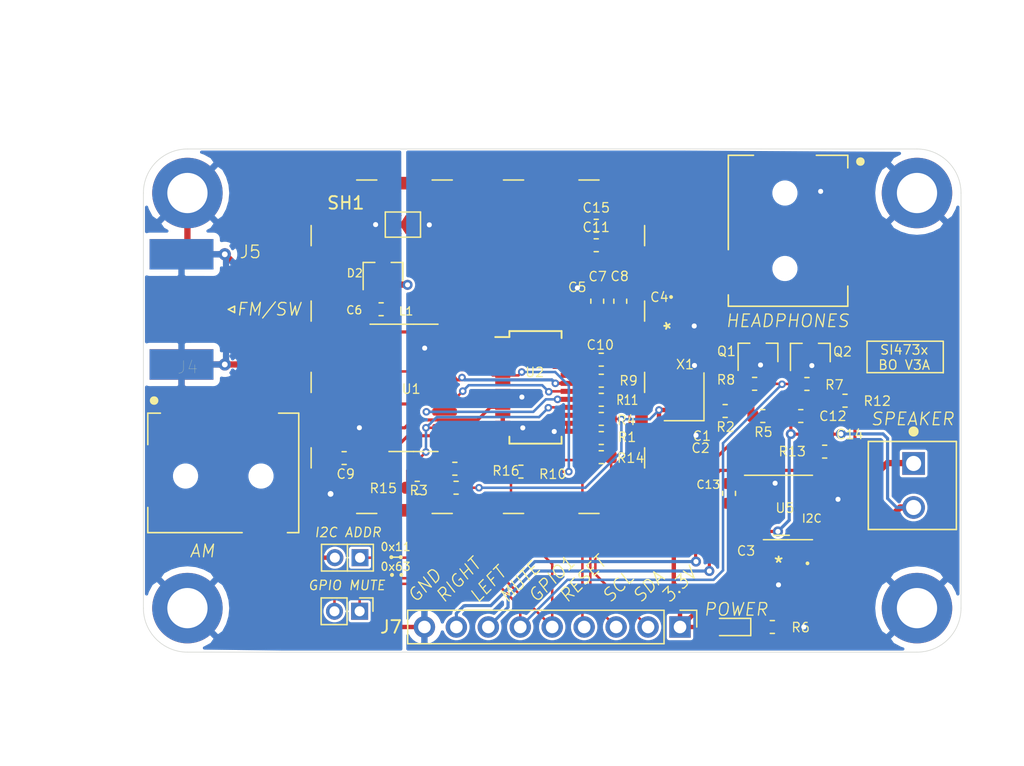
<source format=kicad_pcb>
(kicad_pcb (version 20171130) (host pcbnew "(5.1.6-0-10_14)")
  (layers (0 F.Cu signal) (31 B.Cu signal hide) (34 B.Paste user) (35 F.Paste user) (36 B.SilkS user) (37 F.SilkS user) (38 B.Mask user) (39 F.Mask user) (44 Edge.Cuts user))
  (net 0 "")
  (net 1 GND)
  (net 2 +3V3)
  (net 3 "Net-(C6-Pad1)")
  (net 4 "Net-(C9-Pad1)")
  (net 5 "Net-(C12-Pad1)")
  (net 6 "Net-(C12-Pad2)")
  (net 7 "Net-(C13-Pad1)")
  (net 8 "Net-(C14-Pad2)")
  (net 9 "Net-(U1-Pad3)")
  (net 10 "Net-(U1-Pad5)")
  (net 11 "Net-(J6-Pad1)")
  (net 12 "Net-(D1-Pad1)")
  (net 13 "Net-(Q1-Pad1)")
  (net 14 "Net-(Q2-Pad1)")
  (net 15 "Net-(C10-Pad1)")
  (net 16 FM-SW)
  (net 17 AM)
  (net 18 "Net-(C10-Pad2)")
  (net 19 R-OUT)
  (net 20 "Net-(C11-Pad1)")
  (net 21 "Net-(C15-Pad1)")
  (net 22 L-OUT)
  (net 23 Earth)
  (net 24 "Net-(R2-Pad2)")
  (net 25 "Net-(R9-Pad2)")
  (net 26 "Net-(R9-Pad1)")
  (net 27 "Net-(U1-Pad2)")
  (net 28 "Net-(U2-Pad1)")
  (net 29 "Net-(U2-Pad2)")
  (net 30 "Net-(U2-Pad3)")
  (net 31 "Net-(U2-Pad4)")
  (net 32 "Net-(U2-Pad6)")
  (net 33 "Net-(JP1-Pad1)")
  (net 34 "Net-(R1-Pad2)")
  (net 35 "Net-(R11-Pad1)")
  (net 36 "Net-(R10-Pad1)")
  (net 37 "Net-(R15-Pad1)")
  (net 38 "Net-(R16-Pad1)")
  (net 39 "Net-(J7-Pad6)")
  (net 40 "Net-(J7-Pad5)")
  (net 41 "Net-(J7-Pad2)")
  (net 42 "Net-(J7-Pad3)")
  (net 43 "Net-(J7-Pad4)")
  (net 44 "Net-(C3-Pad1)")
  (module Resistor_SMD:R_0603_1608Metric (layer F.Cu) (at 98.59 118.67)
    (fp_text reference R8 (at -2.275001 -0.325001) (layer F.SilkS) (effects (font (size 0.75 0.75) (thickness 0.1))))
    (fp_text value 4.7kΩ hide)
    (pad 1 smd roundrect (at -0.7875 0) (size 0.875 0.95) (layers F.Cu F.Paste F.Mask) (net 13 "Net-(Q1-Pad1)"))
    (pad 2 smd roundrect (at 0.7875 0) (size 0.875 0.95) (layers F.Cu F.Paste F.Mask) (net 39 "Net-(J7-Pad6)"))
  )
  (module NFM21PS106B0J3D:NFM21PS106B0J3D (layer F.Cu) (at 91.95 114.06 270)
    (fp_text reference C4 (at -2.28 0.93 180) (layer F.SilkS) (effects (font (size 0.75 0.75) (thickness 0.1))))
    (fp_text value EMI_Filter_C hide)
    (fp_text user * (at 0 0 270) (layer F.SilkS))
    (pad 1 smd rect (at -1.1783 0 270) (size 0.5532 1.3462) (layers F.Cu F.Paste F.Mask) (net 15 "Net-(C10-Pad1)"))
    (pad 3 smd rect (at 1.1783 0 270) (size 0.5532 1.3462) (layers F.Cu F.Paste F.Mask) (net 2 +3V3))
    (pad 2 smd rect (at 0 -0.7465 270) (size 1.1938 0.5532) (layers F.Cu F.Paste F.Mask) (net 1 GND))
    (pad 2 smd rect (at 0 0.7465 270) (size 1.1938 0.5532) (layers F.Cu F.Paste F.Mask) (net 1 GND))
  )
  (module NFM21PS106B0J3D:NFM21PS106B0J3D (layer F.Cu) (at 100.5 132.94 180)
    (fp_text reference C3 (at 2.59 0.99 180) (layer F.SilkS) (effects (font (size 0.75 0.75) (thickness 0.1))))
    (fp_text value EMI_Filter_C hide)
    (fp_text user * (at 0 0 180) (layer F.SilkS))
    (pad 1 smd rect (at -1.1783 0 180) (size 0.5532 1.3462) (layers F.Cu F.Paste F.Mask) (net 44 "Net-(C3-Pad1)"))
    (pad 3 smd rect (at 1.1783 0 180) (size 0.5532 1.3462) (layers F.Cu F.Paste F.Mask) (net 2 +3V3))
    (pad 2 smd rect (at 0 -0.7465 180) (size 1.1938 0.5532) (layers F.Cu F.Paste F.Mask) (net 1 GND))
    (pad 2 smd rect (at 0 0.7465 180) (size 1.1938 0.5532) (layers F.Cu F.Paste F.Mask) (net 1 GND))
  )
  (module MountingHole:MountingHole_3.2mm_M3_DIN965_Pad (layer B.Cu) (at 111.5 136.5)
    (fp_text reference REF** hide)
    (fp_text value MountingHole_3.2mm_M3_DIN965_Pad hide)
    (pad "" thru_hole circle (at 0 0) (size 5.6 5.6) (drill 3.2) (layers *.Cu *.Mask) (net 1 GND))
  )
  (module MountingHole:MountingHole_3.2mm_M3_DIN965_Pad (layer F.Cu) (at 111.5 103.5)
    (fp_text reference REF** hide)
    (fp_text value MountingHole_3.2mm_M3_DIN965_Pad hide)
    (pad "" thru_hole circle (at 0 0) (size 5.6 5.6) (drill 3.2) (layers *.Cu *.Mask) (net 1 GND))
  )
  (module MountingHole:MountingHole_3.2mm_M3_DIN965_Pad (layer F.Cu) (at 53.5 136.5)
    (fp_text reference REF** hide)
    (fp_text value MountingHole_3.2mm_M3_DIN965_Pad hide)
    (pad "" thru_hole circle (at 0 0) (size 5.6 5.6) (drill 3.2) (layers *.Cu *.Mask) (net 23 Earth))
  )
  (module MountingHole:MountingHole_3.2mm_M3_DIN965_Pad (layer F.Cu) (at 53.5 103.5)
    (fp_text reference REF** hide)
    (fp_text value MountingHole_3.2mm_M3_DIN965_Pad hide)
    (pad "" thru_hole circle (at 0 0) (size 5.6 5.6) (drill 3.2) (layers *.Cu *.Mask) (net 23 Earth))
  )
  (module Capacitor_SMD:C_0603_1608Metric (layer F.Cu) (at 96.56 127.38 90)
    (fp_text reference C13 (at 0.7 -1.65 180) (layer F.SilkS) (effects (font (size 0.65 0.65) (thickness 0.1))))
    (fp_text value 2.2µF hide)
    (pad 2 smd roundrect (at 0.7875 0 90) (size 0.875 0.95) (layers F.Cu F.Paste F.Mask) (net 1 GND))
    (pad 1 smd roundrect (at -0.7875 0 90) (size 0.875 0.95) (layers F.Cu F.Paste F.Mask) (net 7 "Net-(C13-Pad1)"))
  )
  (module Package_SO:SOIC-8_3.9x4.9mm_P1.27mm (layer F.Cu) (at 101.24 128.5)
    (fp_text reference U5 (at -0.24 0.04) (layer F.SilkS) (effects (font (size 0.751 0.75) (thickness 0.1))))
    (fp_text value TPA301 hide)
    (pad 1 smd roundrect (at -2.475 -1.905) (size 1.95 0.6) (layers F.Cu F.Paste F.Mask) (net 1 GND))
    (pad 2 smd roundrect (at -2.475 -0.635) (size 1.95 0.6) (layers F.Cu F.Paste F.Mask) (net 7 "Net-(C13-Pad1)"))
    (pad 3 smd roundrect (at -2.475 0.635) (size 1.95 0.6) (layers F.Cu F.Paste F.Mask) (net 7 "Net-(C13-Pad1)"))
    (pad 4 smd roundrect (at -2.475 1.905) (size 1.95 0.6) (layers F.Cu F.Paste F.Mask) (net 5 "Net-(C12-Pad1)"))
    (pad 5 smd roundrect (at 2.475 1.905) (size 1.95 0.6) (layers F.Cu F.Paste F.Mask) (net 8 "Net-(C14-Pad2)"))
    (pad 6 smd roundrect (at 2.475 0.635) (size 1.95 0.6) (layers F.Cu F.Paste F.Mask) (net 44 "Net-(C3-Pad1)"))
    (pad 7 smd roundrect (at 2.475 -0.635) (size 1.95 0.6) (layers F.Cu F.Paste F.Mask) (net 1 GND))
    (pad 8 smd roundrect (at 2.475 -1.905) (size 1.95 0.6) (layers F.Cu F.Paste F.Mask) (net 11 "Net-(J6-Pad1)"))
  )
  (module Capacitor_SMD:C_0402_1005Metric (layer F.Cu) (at 65.36 112.77)
    (fp_text reference C6 (at 1.4 0.04) (layer F.SilkS) (effects (font (size 0.65 0.65) (thickness 0.1))))
    (fp_text value 18pF hide)
    (pad 1 smd roundrect (at -0.485 0) (size 0.59 0.64) (layers F.Cu F.Paste F.Mask) (net 3 "Net-(C6-Pad1)"))
    (pad 2 smd roundrect (at 0.485 0) (size 0.59 0.64) (layers F.Cu F.Paste F.Mask) (net 16 FM-SW))
  )
  (module Capacitor_SMD:C_0402_1005Metric (layer F.Cu) (at 104.12 122.67)
    (fp_text reference C14 (at 2.03 0.02) (layer F.SilkS) (effects (font (size 0.75 0.75) (thickness 0.1))))
    (fp_text value 22pF hide)
    (pad 1 smd roundrect (at -0.485 0) (size 0.59 0.64) (layers F.Cu F.Paste F.Mask) (net 5 "Net-(C12-Pad1)"))
    (pad 2 smd roundrect (at 0.485 0) (size 0.59 0.64) (layers F.Cu F.Paste F.Mask) (net 8 "Net-(C14-Pad2)"))
  )
  (module Package_TO_SOT_SMD:SOT-23 (layer F.Cu) (at 69.05 109.78 90)
    (fp_text reference D2 (at -0.09 -2.25 180) (layer F.SilkS) (effects (font (size 0.65 0.65) (thickness 0.1))))
    (fp_text value CM1213A-01SO hide)
    (pad 1 smd rect (at -1 -0.95 90) (size 0.9 0.8) (layers F.Cu F.Paste F.Mask) (net 16 FM-SW))
    (pad 2 smd rect (at -1 0.95 90) (size 0.9 0.8) (layers F.Cu F.Paste F.Mask) (net 23 Earth))
    (pad 3 smd rect (at 1 0 90) (size 0.9 0.8) (layers F.Cu F.Paste F.Mask) (net 23 Earth))
  )
  (module CUI_SJ1-3513-SMT (layer F.Cu) (at 101 105 270)
    (fp_text reference J3 hide)
    (fp_text value SJ1-3513-SMT hide)
    (pad None np_thru_hole circle (at -1.5 0 270) (size 1.6 1.6) (drill 1.6) (layers *.Cu *.Mask))
    (pad None np_thru_hole circle (at 4.5 0 270) (size 1.6 1.6) (drill 1.6) (layers *.Cu *.Mask))
    (pad 1 smd rect (at -1.7 -5.35 270) (size 2.9 2.7) (layers F.Cu F.Paste F.Mask) (net 1 GND))
    (pad 2 smd rect (at 4.8 5.35 270) (size 2.9 2.7) (layers F.Cu F.Paste F.Mask) (net 19 R-OUT))
    (pad 3 smd rect (at 4.65 -5.35 270) (size 2.1 2.7) (layers F.Cu F.Paste F.Mask) (net 22 L-OUT))
  )
  (module Inductor_SMD:L_0603_1608Metric (layer F.Cu) (at 68.9 112.74)
    (fp_text reference L1 (at 1.98 0.16) (layer F.SilkS) (effects (font (size 0.65 0.65) (thickness 0.1))))
    (fp_text value 180nH hide)
    (pad 1 smd roundrect (at -0.7875 0) (size 0.875 0.95) (layers F.Cu F.Paste F.Mask) (net 16 FM-SW))
    (pad 2 smd roundrect (at 0.7875 0) (size 0.875 0.95) (layers F.Cu F.Paste F.Mask) (net 23 Earth))
  )
  (module Package_SO:SOIC-16_3.9x9.9mm_P1.27mm (layer F.Cu) (at 71.47 118.99)
    (fp_text reference U1 (at -0.18 0.09) (layer F.SilkS) (effects (font (size 0.75 0.75) (thickness 0.1))))
    (fp_text value Si4732-A10 hide)
    (pad 1 smd roundrect (at -2.475 -4.445) (size 1.95 0.6) (layers F.Cu F.Paste F.Mask) (net 21 "Net-(C15-Pad1)"))
    (pad 2 smd roundrect (at -2.475 -3.175) (size 1.95 0.6) (layers F.Cu F.Paste F.Mask) (net 27 "Net-(U1-Pad2)"))
    (pad 3 smd roundrect (at -2.475 -1.905) (size 1.95 0.6) (layers F.Cu F.Paste F.Mask) (net 9 "Net-(U1-Pad3)"))
    (pad 4 smd roundrect (at -2.475 -0.635) (size 1.95 0.6) (layers F.Cu F.Paste F.Mask) (net 36 "Net-(R10-Pad1)"))
    (pad 5 smd roundrect (at -2.475 0.635) (size 1.95 0.6) (layers F.Cu F.Paste F.Mask) (net 10 "Net-(U1-Pad5)"))
    (pad 6 smd roundrect (at -2.475 1.905) (size 1.95 0.6) (layers F.Cu F.Paste F.Mask) (net 16 FM-SW))
    (pad 7 smd roundrect (at -2.475 3.175) (size 1.95 0.6) (layers F.Cu F.Paste F.Mask) (net 23 Earth))
    (pad 8 smd roundrect (at -2.475 4.445) (size 1.95 0.6) (layers F.Cu F.Paste F.Mask) (net 17 AM))
    (pad 9 smd roundrect (at 2.475 4.445) (size 1.95 0.6) (layers F.Cu F.Paste F.Mask) (net 38 "Net-(R16-Pad1)"))
    (pad 10 smd roundrect (at 2.475 3.175) (size 1.95 0.6) (layers F.Cu F.Paste F.Mask) (net 37 "Net-(R15-Pad1)"))
    (pad 11 smd roundrect (at 2.475 1.905) (size 1.95 0.6) (layers F.Cu F.Paste F.Mask) (net 34 "Net-(R1-Pad2)"))
    (pad 12 smd roundrect (at 2.475 0.635) (size 1.95 0.6) (layers F.Cu F.Paste F.Mask) (net 35 "Net-(R11-Pad1)"))
    (pad 13 smd roundrect (at 2.475 -0.635) (size 1.95 0.6) (layers F.Cu F.Paste F.Mask) (net 25 "Net-(R9-Pad2)"))
    (pad 14 smd roundrect (at 2.475 -1.905) (size 1.95 0.6) (layers F.Cu F.Paste F.Mask) (net 15 "Net-(C10-Pad1)"))
    (pad 15 smd roundrect (at 2.475 -3.175) (size 1.95 0.6) (layers F.Cu F.Paste F.Mask) (net 1 GND))
    (pad 16 smd roundrect (at 2.475 -4.445) (size 1.95 0.6) (layers F.Cu F.Paste F.Mask) (net 20 "Net-(C11-Pad1)"))
  )
  (module Connector_PinHeader_2.00mm:PinHeader_1x02_P2.00mm_Vertical (layer F.Cu) (at 67.22 132.49 270)
    (fp_text reference JP1 hide)
    (fp_text value Conn_01x02_Male hide)
    (pad 1 thru_hole rect (at 0 0 270) (size 1.35 1.35) (drill 0.8) (layers *.Cu *.Mask) (net 33 "Net-(JP1-Pad1)"))
    (pad 2 thru_hole oval (at 0 2 270) (size 1.35 1.35) (drill 0.8) (layers *.Cu *.Mask) (net 1 GND))
  )
  (module Connector_Coaxial:SMA_Molex_73251-1153_EdgeMount_Horizontal (layer F.Cu) (at 54.75 112.75)
    (fp_text reference J5 (at 3.75 -4.57) (layer F.SilkS) (effects (font (thickness 0.1))))
    (fp_text value Conn_01x01_Female hide)
    (pad 1 smd rect (at -1.72 0) (size 5.08 2.29) (layers F.Cu F.Paste F.Mask) (net 3 "Net-(C6-Pad1)"))
    (pad 2 smd rect (at -1.72 -4.38) (size 5.08 2.42) (layers F.Cu F.Paste F.Mask) (net 23 Earth))
    (pad 2 smd rect (at -1.72 4.38) (size 5.08 2.42) (layers F.Cu F.Paste F.Mask) (net 23 Earth))
    (pad 2 smd rect (at -1.72 -4.38) (size 5.08 2.42) (layers B.Cu B.Paste B.Mask) (net 23 Earth))
    (pad 2 smd rect (at -1.72 4.38) (size 5.08 2.42) (layers B.Cu B.Paste B.Mask) (net 23 Earth))
    (pad 2 thru_hole circle (at 1.72 -4.38) (size 0.97 0.97) (drill 0.46) (layers *.Cu) (net 23 Earth))
    (pad 2 thru_hole circle (at 1.72 4.38) (size 0.97 0.97) (drill 0.46) (layers *.Cu) (net 23 Earth))
    (pad 2 smd rect (at 1.27 -4.38) (size 0.95 0.46) (layers F.Cu) (net 23 Earth))
    (pad 2 smd rect (at 1.27 4.38) (size 0.95 0.46) (layers F.Cu) (net 23 Earth))
    (pad 2 smd rect (at 1.27 -4.38) (size 0.95 0.46) (layers B.Cu) (net 23 Earth))
    (pad 2 smd rect (at 1.27 4.38) (size 0.95 0.46) (layers B.Cu) (net 23 Earth))
  )
  (module Package_TO_SOT_SMD:SOT-23 (layer F.Cu) (at 98.86 116.2 90)
    (fp_text reference Q1 (at 0.12 -2.51 180) (layer F.SilkS) (effects (font (size 0.75 0.75) (thickness 0.1))))
    (fp_text value Q_NPN_BEC hide)
    (pad 1 smd rect (at -1 -0.95 90) (size 0.9 0.8) (layers F.Cu F.Paste F.Mask) (net 13 "Net-(Q1-Pad1)"))
    (pad 2 smd rect (at -1 0.95 90) (size 0.9 0.8) (layers F.Cu F.Paste F.Mask) (net 1 GND))
    (pad 3 smd rect (at 1 0 90) (size 0.9 0.8) (layers F.Cu F.Paste F.Mask) (net 19 R-OUT))
  )
  (module Package_TO_SOT_SMD:SOT-23 (layer F.Cu) (at 103.02 116.21 90)
    (fp_text reference Q2 (at 0.1 2.56 180) (layer F.SilkS) (effects (font (size 0.75 0.75) (thickness 0.1))))
    (fp_text value Q_NPN_BEC hide)
    (pad 3 smd rect (at 1 0 90) (size 0.9 0.8) (layers F.Cu F.Paste F.Mask) (net 22 L-OUT))
    (pad 2 smd rect (at -1 0.95 90) (size 0.9 0.8) (layers F.Cu F.Paste F.Mask) (net 1 GND))
    (pad 1 smd rect (at -1 -0.95 90) (size 0.9 0.8) (layers F.Cu F.Paste F.Mask) (net 14 "Net-(Q2-Pad1)"))
  )
  (module Capacitor_SMD:C_0402_1005Metric (layer F.Cu) (at 84.49 112.4 270)
    (fp_text reference C5 (at -1.41 0 180) (layer F.SilkS) (effects (font (size 0.75 0.75) (thickness 0.1))))
    (fp_text value 47nF hide)
    (pad 1 smd roundrect (at -0.485 0 270) (size 0.59 0.64) (layers F.Cu F.Paste F.Mask) (net 1 GND))
    (pad 2 smd roundrect (at 0.485 0 270) (size 0.59 0.64) (layers F.Cu F.Paste F.Mask) (net 15 "Net-(C10-Pad1)"))
  )
  (module Capacitor_SMD:C_0603_1608Metric (layer F.Cu) (at 86.08 112.1 270)
    (fp_text reference C7 (at -1.96 -0.03 180) (layer F.SilkS) (effects (font (size 0.75 0.75) (thickness 0.1))))
    (fp_text value 1µF hide)
    (pad 2 smd roundrect (at 0.7875 0 270) (size 0.875 0.95) (layers F.Cu F.Paste F.Mask) (net 15 "Net-(C10-Pad1)"))
    (pad 1 smd roundrect (at -0.7875 0 270) (size 0.875 0.95) (layers F.Cu F.Paste F.Mask) (net 1 GND))
  )
  (module Capacitor_SMD:C_0603_1608Metric (layer F.Cu) (at 87.91 112.1 270)
    (fp_text reference C8 (at -1.98 0.05 180) (layer F.SilkS) (effects (font (size 0.75 0.75) (thickness 0.1))))
    (fp_text value 10µF hide)
    (pad 1 smd roundrect (at -0.7875 0 270) (size 0.875 0.95) (layers F.Cu F.Paste F.Mask) (net 1 GND))
    (pad 2 smd roundrect (at 0.7875 0 270) (size 0.875 0.95) (layers F.Cu F.Paste F.Mask) (net 15 "Net-(C10-Pad1)"))
  )
  (module Connector_PinHeader_2.00mm:PinHeader_1x02_P2.00mm_Vertical (layer F.Cu) (at 67.19 136.75 270)
    (fp_text reference JP3 hide)
    (fp_text value Conn_01x02_Male hide)
    (pad 1 thru_hole rect (at 0 0 270) (size 1.35 1.35) (drill 0.8) (layers *.Cu *.Mask) (net 39 "Net-(J7-Pad6)"))
    (pad 2 thru_hole oval (at 0 2 270) (size 1.35 1.35) (drill 0.8) (layers *.Cu *.Mask) (net 40 "Net-(J7-Pad5)"))
  )
  (module Package_SO:SSOP-24_3.9x8.7mm_P0.635mm (layer F.Cu) (at 81.17 118.95)
    (fp_text reference U2 (at -0.06 -1.2) (layer F.SilkS) (effects (font (size 0.75 0.75) (thickness 0.1))))
    (fp_text value Si4735-D60-GU hide)
    (pad 1 smd rect (at -2.6 -3.4925) (size 1.2 0.4) (layers F.Cu F.Paste F.Mask) (net 28 "Net-(U2-Pad1)"))
    (pad 2 smd rect (at -2.6 -2.8575) (size 1.2 0.4) (layers F.Cu F.Paste F.Mask) (net 29 "Net-(U2-Pad2)"))
    (pad 3 smd rect (at -2.6 -2.2225) (size 1.2 0.4) (layers F.Cu F.Paste F.Mask) (net 30 "Net-(U2-Pad3)"))
    (pad 4 smd rect (at -2.6 -1.5875) (size 1.2 0.4) (layers F.Cu F.Paste F.Mask) (net 31 "Net-(U2-Pad4)"))
    (pad 5 smd rect (at -2.6 -0.9525) (size 1.2 0.4) (layers F.Cu F.Paste F.Mask) (net 36 "Net-(R10-Pad1)"))
    (pad 6 smd rect (at -2.6 -0.3175) (size 1.2 0.4) (layers F.Cu F.Paste F.Mask) (net 32 "Net-(U2-Pad6)"))
    (pad 7 smd rect (at -2.6 0.3175) (size 1.2 0.4) (layers F.Cu F.Paste F.Mask) (net 1 GND))
    (pad 8 smd rect (at -2.6 0.9525) (size 1.2 0.4) (layers F.Cu F.Paste F.Mask) (net 16 FM-SW))
    (pad 9 smd rect (at -2.6 1.5875) (size 1.2 0.4) (layers F.Cu F.Paste F.Mask) (net 23 Earth))
    (pad 10 smd rect (at -2.6 2.2225) (size 1.2 0.4) (layers F.Cu F.Paste F.Mask) (net 1 GND))
    (pad 11 smd rect (at -2.6 2.8575) (size 1.2 0.4) (layers F.Cu F.Paste F.Mask) (net 1 GND))
    (pad 12 smd rect (at -2.6 3.4925) (size 1.2 0.4) (layers F.Cu F.Paste F.Mask) (net 17 AM))
    (pad 13 smd rect (at 2.6 3.4925) (size 1.2 0.4) (layers F.Cu F.Paste F.Mask) (net 1 GND))
    (pad 14 smd rect (at 2.6 2.8575) (size 1.2 0.4) (layers F.Cu F.Paste F.Mask) (net 1 GND))
    (pad 15 smd rect (at 2.6 2.2225) (size 1.2 0.4) (layers F.Cu F.Paste F.Mask) (net 38 "Net-(R16-Pad1)"))
    (pad 16 smd rect (at 2.6 1.5875) (size 1.2 0.4) (layers F.Cu F.Paste F.Mask) (net 37 "Net-(R15-Pad1)"))
    (pad 17 smd rect (at 2.6 0.9525) (size 1.2 0.4) (layers F.Cu F.Paste F.Mask) (net 34 "Net-(R1-Pad2)"))
    (pad 18 smd rect (at 2.6 0.3175) (size 1.2 0.4) (layers F.Cu F.Paste F.Mask) (net 35 "Net-(R11-Pad1)"))
    (pad 19 smd rect (at 2.6 -0.3175) (size 1.2 0.4) (layers F.Cu F.Paste F.Mask) (net 25 "Net-(R9-Pad2)"))
    (pad 20 smd rect (at 2.6 -0.9525) (size 1.2 0.4) (layers F.Cu F.Paste F.Mask) (net 15 "Net-(C10-Pad1)"))
    (pad 21 smd rect (at 2.6 -1.5875) (size 1.2 0.4) (layers F.Cu F.Paste F.Mask) (net 15 "Net-(C10-Pad1)"))
    (pad 22 smd rect (at 2.6 -2.2225) (size 1.2 0.4) (layers F.Cu F.Paste F.Mask) (net 18 "Net-(C10-Pad2)"))
    (pad 23 smd rect (at 2.6 -2.8575) (size 1.2 0.4) (layers F.Cu F.Paste F.Mask) (net 20 "Net-(C11-Pad1)"))
    (pad 24 smd rect (at 2.6 -3.4925) (size 1.2 0.4) (layers F.Cu F.Paste F.Mask) (net 21 "Net-(C15-Pad1)"))
  )
  (module Oscillator:Oscillator_SMD_Abracon_ASE-4Pin_3.2x2.5mm (layer F.Cu) (at 92.99 119.7 90)
    (fp_text reference X1 (at 2.57 0.07 180) (layer F.SilkS) (effects (font (size 0.75 0.75) (thickness 0.1))))
    (fp_text value ECS-327TXO-33-TR hide)
    (pad 1 smd rect (at -1.05 0.825 90) (size 1.3 1.1) (layers F.Cu F.Paste F.Mask) (net 24 "Net-(R2-Pad2)"))
    (pad 2 smd rect (at 1.05 0.825 90) (size 1.3 1.1) (layers F.Cu F.Paste F.Mask) (net 1 GND))
    (pad 3 smd rect (at 1.05 -0.825 90) (size 1.3 1.1) (layers F.Cu F.Paste F.Mask) (net 26 "Net-(R9-Pad1)"))
    (pad 4 smd rect (at -1.05 -0.825 90) (size 1.3 1.1) (layers F.Cu F.Paste F.Mask) (net 2 +3V3))
  )
  (module Connector_PinHeader_2.54mm:PinHeader_1x09_P2.54mm_Vertical (layer F.Cu) (at 92.66 138 270)
    (fp_text reference J7 (at 0 22.98 180) (layer F.SilkS))
    (fp_text value Conn_01x09_Male hide)
    (pad 1 thru_hole rect (at 0 0 270) (size 1.7 1.7) (drill 1) (layers *.Cu *.Mask) (net 2 +3V3))
    (pad 2 thru_hole oval (at 0 2.54 270) (size 1.7 1.7) (drill 1) (layers *.Cu *.Mask) (net 41 "Net-(J7-Pad2)"))
    (pad 3 thru_hole oval (at 0 5.08 270) (size 1.7 1.7) (drill 1) (layers *.Cu *.Mask) (net 42 "Net-(J7-Pad3)"))
    (pad 4 thru_hole oval (at 0 7.62 270) (size 1.7 1.7) (drill 1) (layers *.Cu *.Mask) (net 43 "Net-(J7-Pad4)"))
    (pad 5 thru_hole oval (at 0 10.16 270) (size 1.7 1.7) (drill 1) (layers *.Cu *.Mask) (net 40 "Net-(J7-Pad5)"))
    (pad 6 thru_hole oval (at 0 12.7 270) (size 1.7 1.7) (drill 1) (layers *.Cu *.Mask) (net 39 "Net-(J7-Pad6)"))
    (pad 7 thru_hole oval (at 0 15.24 270) (size 1.7 1.7) (drill 1) (layers *.Cu *.Mask) (net 22 L-OUT))
    (pad 8 thru_hole oval (at 0 17.78 270) (size 1.7 1.7) (drill 1) (layers *.Cu *.Mask) (net 19 R-OUT))
    (pad 9 thru_hole oval (at 0 20.32 270) (size 1.7 1.7) (drill 1) (layers *.Cu *.Mask) (net 1 GND))
  )
  (module RF_Shielding:Laird_Technologies_BMI-S-203-F_26.21x26.21mm (layer F.Cu) (at 76.59 115.72)
    (fp_text reference SH1 (at -10.5 -11.43) (layer F.SilkS))
    (fp_text value RF_Shield_Two_Pieces hide)
    (pad 1 smd rect (at -13.005 -13.005) (size 1 1) (layers F.Cu F.Paste F.Mask) (net 23 Earth))
    (pad 1 smd rect (at 13.005 -13.005) (size 1 1) (layers F.Cu F.Paste F.Mask) (net 23 Earth))
    (pad "" smd rect (at 13.005 13.005) (size 1 1) (layers F.Cu F.Paste F.Mask))
    (pad 1 smd rect (at -13.005 13.005) (size 1 1) (layers F.Cu F.Paste F.Mask) (net 23 Earth))
    (pad 1 smd rect (at -11.22 -13.005) (size 2.57 1) (layers F.Cu F.Paste F.Mask) (net 23 Earth))
    (pad 1 smd rect (at -11.22 13.005) (size 2.57 1) (layers F.Cu F.Paste F.Mask) (net 23 Earth))
    (pad 1 smd rect (at -5.835 -13.005) (size 3.8 1) (layers F.Cu F.Paste F.Mask) (net 23 Earth))
    (pad 1 smd rect (at -5.835 13.005) (size 3.8 1) (layers F.Cu F.Paste F.Mask) (net 23 Earth))
    (pad 1 smd rect (at 0 -13.005) (size 3.47 1) (layers F.Cu F.Paste F.Mask) (net 23 Earth))
    (pad 1 smd rect (at 0 13.005) (size 3.47 1) (layers F.Cu F.Paste F.Mask) (net 23 Earth))
    (pad 1 smd rect (at 5.835 -13.005) (size 3.8 1) (layers F.Cu F.Paste F.Mask) (net 23 Earth))
    (pad "" smd rect (at 5.835 13.005) (size 3.8 1) (layers F.Cu F.Paste F.Mask))
    (pad 1 smd rect (at 11.22 -13.005) (size 2.57 1) (layers F.Cu F.Paste F.Mask) (net 23 Earth))
    (pad "" smd rect (at 11.22 13.005) (size 2.57 1) (layers F.Cu F.Paste F.Mask))
    (pad 1 smd rect (at -13.005 -11.22) (size 1 2.57) (layers F.Cu F.Paste F.Mask) (net 23 Earth))
    (pad 1 smd rect (at 13.005 -11.22) (size 1 2.57) (layers F.Cu F.Paste F.Mask) (net 23 Earth))
    (pad 1 smd rect (at -13.005 -5.835) (size 1 3.8) (layers F.Cu F.Paste F.Mask) (net 23 Earth))
    (pad "" smd rect (at 13.005 -5.835) (size 1 3.8) (layers F.Cu F.Paste F.Mask))
    (pad 1 smd rect (at -13.005 0) (size 1 3.47) (layers F.Cu F.Paste F.Mask) (net 23 Earth))
    (pad "" smd rect (at 13.005 0) (size 1 3.47) (layers F.Cu F.Paste F.Mask))
    (pad 1 smd rect (at -13.005 5.835) (size 1 3.8) (layers F.Cu F.Paste F.Mask) (net 23 Earth))
    (pad "" smd rect (at 13.005 5.835) (size 1 3.8) (layers F.Cu F.Paste F.Mask))
    (pad 1 smd rect (at -13.005 11.22) (size 1 2.57) (layers F.Cu F.Paste F.Mask) (net 23 Earth))
    (pad "" smd rect (at 13.005 11.22) (size 1 2.57) (layers F.Cu F.Paste F.Mask))
  )
  (module Capacitor_SMD:C_0402_1005Metric (layer F.Cu) (at 92.65 122.73 180)
    (fp_text reference C1 (at -1.75 -0.09 180) (layer F.SilkS) (effects (font (size 0.75 0.75) (thickness 0.1))))
    (fp_text value 10nF hide)
    (pad 2 smd roundrect (at 0.485 0 180) (size 0.59 0.64) (layers F.Cu F.Paste F.Mask) (net 2 +3V3))
    (pad 1 smd roundrect (at -0.485 0 180) (size 0.59 0.64) (layers F.Cu F.Paste F.Mask) (net 1 GND))
  )
  (module Capacitor_SMD:C_0402_1005Metric (layer F.Cu) (at 92.65 123.75 180)
    (fp_text reference C2 (at -1.65 -0.03) (layer F.SilkS) (effects (font (size 0.75 0.75) (thickness 0.1))))
    (fp_text value 1µF hide)
    (pad 1 smd roundrect (at -0.485 0 180) (size 0.59 0.64) (layers F.Cu F.Paste F.Mask) (net 1 GND))
    (pad 2 smd roundrect (at 0.485 0 180) (size 0.59 0.64) (layers F.Cu F.Paste F.Mask) (net 2 +3V3))
  )
  (module Capacitor_SMD:C_0603_1608Metric (layer F.Cu) (at 102.26 121.23)
    (fp_text reference C12 (at 2.55 0.01) (layer F.SilkS) (effects (font (size 0.75 0.75) (thickness 0.1))))
    (fp_text value 10µF hide)
    (pad 1 smd roundrect (at -0.7875 0) (size 0.875 0.95) (layers F.Cu F.Paste F.Mask) (net 5 "Net-(C12-Pad1)"))
    (pad 2 smd roundrect (at 0.7875 0) (size 0.875 0.95) (layers F.Cu F.Paste F.Mask) (net 6 "Net-(C12-Pad2)"))
  )
  (module 1776275-2:TE_1776275-2 (layer F.Cu) (at 111.23 125 270)
    (fp_text reference J6 hide)
    (fp_text value Conn_01x02_Male hide)
    (pad 1 thru_hole rect (at 0 0 270) (size 1.8 1.8) (drill 1.2) (layers *.Cu *.Mask) (net 11 "Net-(J6-Pad1)"))
    (pad 2 thru_hole circle (at 3.5 0 270) (size 1.8 1.8) (drill 1.2) (layers *.Cu *.Mask) (net 8 "Net-(C14-Pad2)"))
  )
  (module Jumper:SolderJumper-2_P1.3mm_Open_TrianglePad1.0x1.5mm (layer F.Cu) (at 70.63 106.01 180)
    (fp_text reference JP0 hide)
    (fp_text value Jumper_NO_Small hide)
    (pad 2 smd custom (at 0.725 0 180) (size 0.3 0.3) (layers F.Cu F.Mask) (net 23 Earth) (options (clearance outline) (anchor rect)) (primitives (gr_poly (pts (xy -0.65 -0.75) (xy 0.5 -0.75) (xy 0.5 0.75) (xy -0.65 0.75) (xy -0.15 0)) (width 0))))
    (pad 1 smd custom (at -0.725 0 180) (size 0.3 0.3) (layers F.Cu F.Mask) (net 1 GND) (options (clearance outline) (anchor rect)) (primitives (gr_poly (pts (xy -0.5 -0.75) (xy 0.5 -0.75) (xy 1 0) (xy 0.5 0.75) (xy -0.5 0.75)) (width 0))))
  )
  (module CUI_SJ1-3513-SMT (layer F.Cu) (at 54.85 126)
    (fp_text reference J4 (at -1.327085 -8.648645) (layer F.SilkS) (effects (font (size 1.001583 1.001583) (thickness 0.015))))
    (fp_text value SJ1-3513-SMT hide)
    (pad None np_thru_hole circle (at -1.5 0) (size 1.6 1.6) (drill 1.6) (layers *.Cu *.Mask))
    (pad None np_thru_hole circle (at 4.5 0) (size 1.6 1.6) (drill 1.6) (layers *.Cu *.Mask))
    (pad 1 smd rect (at -1.7 -5.35) (size 2.9 2.7) (layers F.Cu F.Paste F.Mask) (net 23 Earth))
    (pad 2 smd rect (at 4.8 5.35) (size 2.9 2.7) (layers F.Cu F.Paste F.Mask) (net 4 "Net-(C9-Pad1)"))
    (pad 3 smd rect (at 4.65 -5.35) (size 2.1 2.7) (layers F.Cu F.Paste F.Mask) (net 4 "Net-(C9-Pad1)"))
  )
  (module LED_SMD:LED_0603_1608Metric_Castellated (layer F.Cu) (at 96.6 138 180)
    (fp_text reference D1 hide)
    (fp_text value LED_Small hide)
    (pad 1 smd roundrect (at -0.8125 0 180) (size 1.225 0.85) (layers F.Cu F.Paste F.Mask) (net 12 "Net-(D1-Pad1)"))
    (pad 2 smd roundrect (at 0.8125 0 180) (size 1.225 0.85) (layers F.Cu F.Paste F.Mask) (net 2 +3V3))
  )
  (module Resistor_SMD:R_0603_1608Metric (layer F.Cu) (at 100 138)
    (fp_text reference R6 (at 2.25 0.04) (layer F.SilkS) (effects (font (size 0.75 0.75) (thickness 0.1))))
    (fp_text value 1kΩ hide)
    (pad 1 smd roundrect (at -0.7875 0) (size 0.875 0.95) (layers F.Cu F.Paste F.Mask) (net 12 "Net-(D1-Pad1)"))
    (pad 2 smd roundrect (at 0.7875 0) (size 0.875 0.95) (layers F.Cu F.Paste F.Mask) (net 1 GND))
  )
  (module Capacitor_SMD:C_0603_1608Metric (layer F.Cu) (at 86 107.65)
    (fp_text reference C11 (at 0 -1.43) (layer F.SilkS) (effects (font (size 0.75 0.75) (thickness 0.1))))
    (fp_text value 4.7µF hide)
    (pad 1 smd roundrect (at -0.7875 0) (size 0.875 0.95) (layers F.Cu F.Paste F.Mask) (net 20 "Net-(C11-Pad1)"))
    (pad 2 smd roundrect (at 0.7875 0) (size 0.875 0.95) (layers F.Cu F.Paste F.Mask) (net 19 R-OUT))
  )
  (module Capacitor_SMD:C_0603_1608Metric (layer F.Cu) (at 86 106.1)
    (fp_text reference C15 (at 0 -1.43) (layer F.SilkS) (effects (font (size 0.75 0.75) (thickness 0.1))))
    (fp_text value 4.7µF hide)
    (pad 2 smd roundrect (at 0.7875 0) (size 0.875 0.95) (layers F.Cu F.Paste F.Mask) (net 22 L-OUT))
    (pad 1 smd roundrect (at -0.7875 0) (size 0.875 0.95) (layers F.Cu F.Paste F.Mask) (net 21 "Net-(C15-Pad1)"))
  )
  (module Resistor_SMD:R_0603_1608Metric (layer F.Cu) (at 102.75 118.68 180)
    (fp_text reference R7 (at -2.18 -0.07) (layer F.SilkS) (effects (font (size 0.75 0.75) (thickness 0.1))))
    (fp_text value 4.7kΩ hide)
    (pad 2 smd roundrect (at 0.7875 0 180) (size 0.875 0.95) (layers F.Cu F.Paste F.Mask) (net 39 "Net-(J7-Pad6)"))
    (pad 1 smd roundrect (at -0.7875 0 180) (size 0.875 0.95) (layers F.Cu F.Paste F.Mask) (net 14 "Net-(Q2-Pad1)"))
  )
  (module Resistor_SMD:R_0603_1608Metric (layer F.Cu) (at 74.86 126.93 180)
    (fp_text reference R3 (at 2.97 -0.22) (layer F.SilkS) (effects (font (size 0.75 0.75) (thickness 0.1))))
    (fp_text value 10kΩ hide)
    (pad 1 smd roundrect (at -0.7875 0 180) (size 0.875 0.95) (layers F.Cu F.Paste F.Mask) (net 2 +3V3))
    (pad 2 smd roundrect (at 0.7875 0 180) (size 0.875 0.95) (layers F.Cu F.Paste F.Mask) (net 33 "Net-(JP1-Pad1)"))
  )
  (module Resistor_SMD:R_0603_1608Metric (layer F.Cu) (at 86.4 122.98 180)
    (fp_text reference R1 (at -2.05 0.07) (layer F.SilkS) (effects (font (size 0.75 0.75) (thickness 0.1))))
    (fp_text value 4.7kΩ hide)
    (pad 2 smd roundrect (at 0.7875 0 180) (size 0.875 0.95) (layers F.Cu F.Paste F.Mask) (net 34 "Net-(R1-Pad2)"))
    (pad 1 smd roundrect (at -0.7875 0 180) (size 0.875 0.95) (layers F.Cu F.Paste F.Mask) (net 2 +3V3))
  )
  (module Resistor_SMD:R_0603_1608Metric (layer F.Cu) (at 86.4 121.46 180)
    (fp_text reference R4 (at -2 -0.11) (layer F.SilkS) (effects (font (size 0.75 0.75) (thickness 0.1))))
    (fp_text value 4.7kΩ hide)
    (pad 1 smd roundrect (at -0.7875 0 180) (size 0.875 0.95) (layers F.Cu F.Paste F.Mask) (net 2 +3V3))
    (pad 2 smd roundrect (at 0.7875 0 180) (size 0.875 0.95) (layers F.Cu F.Paste F.Mask) (net 35 "Net-(R11-Pad1)"))
  )
  (module Resistor_SMD:R_0603_1608Metric (layer F.Cu) (at 86.4 124.5)
    (fp_text reference R14 (at 2.34 0.07) (layer F.SilkS) (effects (font (size 0.75 0.75) (thickness 0.1))))
    (fp_text value 2.0kΩ hide)
    (pad 1 smd roundrect (at -0.7875 0) (size 0.875 0.95) (layers F.Cu F.Paste F.Mask) (net 34 "Net-(R1-Pad2)"))
    (pad 2 smd roundrect (at 0.7875 0) (size 0.875 0.95) (layers F.Cu F.Paste F.Mask) (net 42 "Net-(J7-Pad3)"))
  )
  (module Resistor_SMD:R_0603_1608Metric (layer F.Cu) (at 80.01 125.65 180)
    (fp_text reference R10 (at -2.53 -0.2) (layer F.SilkS) (effects (font (size 0.75 0.75) (thickness 0.1))))
    (fp_text value 2.0kΩ hide)
    (pad 1 smd roundrect (at -0.7875 0 180) (size 0.875 0.95) (layers F.Cu F.Paste F.Mask) (net 36 "Net-(R10-Pad1)"))
    (pad 2 smd roundrect (at 0.7875 0 180) (size 0.875 0.95) (layers F.Cu F.Paste F.Mask) (net 40 "Net-(J7-Pad5)"))
  )
  (module Resistor_SMD:R_0603_1608Metric (layer F.Cu) (at 86.4 119.94)
    (fp_text reference R11 (at 2.07 0.02) (layer F.SilkS) (effects (font (size 0.75 0.6) (thickness 0.1))))
    (fp_text value 2.0kΩ hide)
    (pad 1 smd roundrect (at -0.7875 0) (size 0.875 0.95) (layers F.Cu F.Paste F.Mask) (net 35 "Net-(R11-Pad1)"))
    (pad 2 smd roundrect (at 0.7875 0) (size 0.875 0.95) (layers F.Cu F.Paste F.Mask) (net 41 "Net-(J7-Pad2)"))
  )
  (module Resistor_SMD:R_0603_1608Metric (layer F.Cu) (at 71.77 126.93)
    (fp_text reference R15 (at -2.7 0.05) (layer F.SilkS) (effects (font (size 0.75 0.75) (thickness 0.1))))
    (fp_text value 2.0kΩ hide)
    (pad 2 smd roundrect (at 0.7875 0) (size 0.875 0.95) (layers F.Cu F.Paste F.Mask) (net 33 "Net-(JP1-Pad1)"))
    (pad 1 smd roundrect (at -0.7875 0) (size 0.875 0.95) (layers F.Cu F.Paste F.Mask) (net 37 "Net-(R15-Pad1)"))
  )
  (module Resistor_SMD:R_0603_1608Metric (layer F.Cu) (at 74.76 125.42)
    (fp_text reference R16 (at 4.064999 0.164999) (layer F.SilkS) (effects (font (size 0.75 0.75) (thickness 0.1))))
    (fp_text value 2.0kΩ hide)
    (pad 1 smd roundrect (at -0.7875 0) (size 0.875 0.95) (layers F.Cu F.Paste F.Mask) (net 38 "Net-(R16-Pad1)"))
    (pad 2 smd roundrect (at 0.7875 0) (size 0.875 0.95) (layers F.Cu F.Paste F.Mask) (net 43 "Net-(J7-Pad4)"))
  )
  (module Resistor_SMD:R_0603_1608Metric (layer F.Cu) (at 96.25 120.83 180)
    (fp_text reference R2 (at -0.03 -1.27) (layer F.SilkS) (effects (font (size 0.75 0.75) (thickness 0.1))))
    (fp_text value 10kΩ hide)
    (pad 1 smd roundrect (at -0.7875 0 180) (size 0.875 0.95) (layers F.Cu F.Paste F.Mask) (net 2 +3V3))
    (pad 2 smd roundrect (at 0.7875 0 180) (size 0.875 0.95) (layers F.Cu F.Paste F.Mask) (net 24 "Net-(R2-Pad2)"))
  )
  (module Resistor_SMD:R_0603_1608Metric (layer F.Cu) (at 99.24 121.23 180)
    (fp_text reference R5 (at -0.05 -1.28) (layer F.SilkS) (effects (font (size 0.75 0.75) (thickness 0.1))))
    (fp_text value 100kΩ hide)
    (pad 2 smd roundrect (at 0.7875 0 180) (size 0.875 0.95) (layers F.Cu F.Paste F.Mask) (net 19 R-OUT))
    (pad 1 smd roundrect (at -0.7875 0 180) (size 0.875 0.95) (layers F.Cu F.Paste F.Mask) (net 6 "Net-(C12-Pad2)"))
  )
  (module Resistor_SMD:R_0603_1608Metric (layer F.Cu) (at 105.78 120.01)
    (fp_text reference R12 (at 2.56 0.03) (layer F.SilkS) (effects (font (size 0.75 0.75) (thickness 0.1))))
    (fp_text value 100kΩ hide)
    (pad 1 smd roundrect (at -0.7875 0) (size 0.875 0.95) (layers F.Cu F.Paste F.Mask) (net 6 "Net-(C12-Pad2)"))
    (pad 2 smd roundrect (at 0.7875 0) (size 0.875 0.95) (layers F.Cu F.Paste F.Mask) (net 22 L-OUT))
  )
  (module Resistor_SMD:R_0603_1608Metric (layer F.Cu) (at 104.16 124.06 180)
    (fp_text reference R13 (at 2.58 0.01) (layer F.SilkS) (effects (font (size 0.75 0.75) (thickness 0.1))))
    (fp_text value 100kΩ hide)
    (pad 1 smd roundrect (at -0.7875 0 180) (size 0.875 0.95) (layers F.Cu F.Paste F.Mask) (net 8 "Net-(C14-Pad2)"))
    (pad 2 smd roundrect (at 0.7875 0 180) (size 0.875 0.95) (layers F.Cu F.Paste F.Mask) (net 5 "Net-(C12-Pad1)"))
  )
  (module Resistor_SMD:R_0603_1608Metric (layer F.Cu) (at 86.4 118.42 180)
    (fp_text reference R9 (at -2.17 0) (layer F.SilkS) (effects (font (size 0.75 0.75) (thickness 0.1))))
    (fp_text value 2.0kΩ hide)
    (pad 1 smd roundrect (at -0.7875 0 180) (size 0.875 0.95) (layers F.Cu F.Paste F.Mask) (net 26 "Net-(R9-Pad1)"))
    (pad 2 smd roundrect (at 0.7875 0 180) (size 0.875 0.95) (layers F.Cu F.Paste F.Mask) (net 25 "Net-(R9-Pad2)"))
  )
  (module Capacitor_SMD:C_0603_1608Metric (layer F.Cu) (at 86.4 116.75 180)
    (fp_text reference C10 (at 0.08 1.17) (layer F.SilkS) (effects (font (size 0.75 0.75) (thickness 0.1))))
    (fp_text value 22nF hide)
    (pad 1 smd roundrect (at -0.7875 0 180) (size 0.875 0.95) (layers F.Cu F.Paste F.Mask) (net 15 "Net-(C10-Pad1)"))
    (pad 2 smd roundrect (at 0.7875 0 180) (size 0.875 0.95) (layers F.Cu F.Paste F.Mask) (net 18 "Net-(C10-Pad2)"))
  )
  (module Capacitor_SMD:C_0603_1608Metric (layer F.Cu) (at 65.96 124.57)
    (fp_text reference C9 (at 0.12 1.27) (layer F.SilkS) (effects (font (size 0.75 0.75) (thickness 0.1))))
    (fp_text value 470nF hide)
    (pad 1 smd roundrect (at -0.7875 0) (size 0.875 0.95) (layers F.Cu F.Paste F.Mask) (net 4 "Net-(C9-Pad1)"))
    (pad 2 smd roundrect (at 0.7875 0) (size 0.875 0.95) (layers F.Cu F.Paste F.Mask) (net 17 AM))
  )
  (gr_text HEADPHONES (at 101.21 113.66) (layer F.SilkS) (effects (font (size 1 1) (thickness 0.1) italic)))
  (gr_text SPEAKER (at 111.15 121.46) (layer F.SilkS) (effects (font (size 1 1) (thickness 0.1) italic)))
  (gr_text LEFT (at 77.41 134.590898 45) (layer F.SilkS) (effects (font (size 1 1) (thickness 0.1) italic)))
  (gr_text RIGHT (at 75.06 134.25418 45) (layer F.SilkS) (effects (font (size 1 1) (thickness 0.1) italic)))
  (gr_text "GPIO MUTE" (at 66.17 134.69) (layer F.SilkS) (effects (font (size 0.75 0.75) (thickness 0.1) italic)))
  (gr_text "I2C ADDR" (at 66.26 130.48) (layer F.SilkS) (effects (font (size 0.75 0.75) (thickness 0.1) italic)))
  (gr_text AM (at 54.69 131.96) (layer F.SilkS) (effects (font (size 1 1) (thickness 0.1) italic)))
  (gr_text FM/SW (at 59.99 112.74) (layer F.SilkS) (effects (font (size 1 1) (thickness 0.1) italic)))
  (gr_text GND (at 72.37 134.691913 45) (layer F.SilkS) (effects (font (size 1 1) (thickness 0.1) italic)))
  (gr_text MUTE (at 79.94 134.405703 45) (layer F.SilkS) (effects (font (size 1 1) (thickness 0.1) italic)))
  (gr_text GPIO1 (at 82.47 134.186836 45) (layer F.SilkS) (effects (font (size 1 1) (thickness 0.1) italic)))
  (gr_text RESET (at 84.95 134.17 45) (layer F.SilkS) (effects (font (size 1 1) (thickness 0.1) italic)))
  (gr_text SCL (at 87.74 134.792928 45) (layer F.SilkS) (effects (font (size 1 1) (thickness 0.1) italic)))
  (gr_text SDA (at 90.18 134.776092 45) (layer F.SilkS) (effects (font (size 1 1) (thickness 0.1) italic)))
  (gr_text 3.3V (at 92.62 134.624569 45) (layer F.SilkS) (effects (font (size 1 1) (thickness 0.1) italic)))
  (gr_text POWER (at 97.11 136.6) (layer F.SilkS) (effects (font (size 1 1) (thickness 0.1) italic)))
  (gr_arc (start 111.5 136.5) (end 111.5 140) (angle -90) (layer Edge.Cuts) (width 0.05))
  (gr_arc (start 111.5 103.5) (end 115 103.5) (angle -90) (layer Edge.Cuts) (width 0.05))
  (gr_arc (start 53.5 136.5) (end 50 136.5) (angle -90) (layer Edge.Cuts) (width 0.05))
  (gr_text I2C (at 102.28 129.37) (layer F.SilkS) (effects (font (size 0.65 0.65) (thickness 0.1)) (justify left)))
  (gr_line (start 70.43 133.86) (end 70.56 133.86) (layer F.SilkS) (width 0.12))
  (gr_line (start 69.79 133.86) (end 69.8 133.86) (layer F.SilkS) (width 0.12))
  (gr_line (start 69.75 133.86) (end 69.79 133.86) (layer F.SilkS) (width 0.12))
  (gr_line (start 68.28 133.55) (end 68.28 132.49) (layer F.SilkS) (width 0.12))
  (gr_line (start 66.22 133.55) (end 68.28 133.55) (layer F.SilkS) (width 0.12))
  (gr_line (start 66.22 131.43) (end 67.21 131.43) (layer F.SilkS) (width 0.12))
  (gr_line (start 113.59 117.8) (end 113.59 115.28) (layer F.SilkS) (width 0.12))
  (gr_line (start 69.71 132.45) (end 70.46 132.45) (layer F.SilkS) (width 0.12))
  (gr_circle (center 70.51 133.86) (end 70.618167 133.86) (layer F.SilkS) (width 0.1))
  (gr_circle (center 69.76 133.86) (end 69.868167 133.86) (layer F.SilkS) (width 0.1))
  (gr_circle (center 70.46 132.45) (end 70.568167 132.45) (layer F.SilkS) (width 0.1))
  (gr_circle (center 69.71 132.45) (end 69.818167 132.45) (layer F.SilkS) (width 0.1))
  (gr_text 0x11 (at 68.79 131.63) (layer F.SilkS) (effects (font (size 0.65 0.65) (thickness 0.1)) (justify left)))
  (gr_line (start 101.35 130.71) (end 100.08 130.71) (layer F.SilkS) (width 0.12))
  (gr_text 0x63 (at 68.79 133.2) (layer F.SilkS) (effects (font (size 0.65 0.65) (thickness 0.1)) (justify left)))
  (gr_line (start 107.53 115.28) (end 113.53 115.28) (layer F.SilkS) (width 0.12))
  (gr_line (start 107.53 117.78) (end 113.53 117.78) (layer F.SilkS) (width 0.12))
  (gr_line (start 107.53 115.28) (end 107.53 117.78) (layer F.SilkS) (width 0.12))
  (gr_text "SI473x\nBO V3A" (at 110.48 116.57) (layer F.SilkS) (effects (font (size 0.75 0.75) (thickness 0.1))))
  (gr_line (start 115 103.5) (end 115 136.5) (layer Edge.Cuts) (width 0.05))
  (gr_arc (start 53.5 103.5) (end 53.5 100) (angle -90) (layer Edge.Cuts) (width 0.05))
  (gr_line (start 53.5 140) (end 111.5 140) (layer Edge.Cuts) (width 0.05))
  (gr_line (start 50 103.5) (end 50 136.5) (layer Edge.Cuts) (width 0.05))
  (gr_line (start 53.5 100) (end 111.5 100) (layer Edge.Cuts) (width 0.05))
  (segment (start 103.15 117.21) (end 103.14 117.22) (width 0.25) (layer F.Cu) (net 1))
  (via (at 103.14 117.22) (size 0.8) (drill 0.4) (layers F.Cu B.Cu) (net 1))
  (segment (start 103.97 117.21) (end 103.15 117.21) (width 0.25) (layer F.Cu) (net 1))
  (via (at 99.06 117.17) (size 0.8) (drill 0.4) (layers F.Cu B.Cu) (net 1))
  (segment (start 99.09 117.2) (end 99.06 117.17) (width 0.25) (layer F.Cu) (net 1))
  (segment (start 99.81 117.2) (end 99.09 117.2) (width 0.25) (layer F.Cu) (net 1))
  (via (at 100.22 126.57) (size 0.8) (drill 0.4) (layers F.Cu B.Cu) (net 1))
  (segment (start 98.765 126.595) (end 100.195 126.595) (width 0.25) (layer F.Cu) (net 1))
  (segment (start 100.195 126.595) (end 100.22 126.57) (width 0.25) (layer F.Cu) (net 1))
  (segment (start 97.8225 126.5925) (end 96.56 126.5925) (width 0.25) (layer F.Cu) (net 1))
  (segment (start 97.825 126.595) (end 97.8225 126.5925) (width 0.25) (layer F.Cu) (net 1))
  (segment (start 98.765 126.595) (end 97.825 126.595) (width 0.25) (layer F.Cu) (net 1))
  (segment (start 83.77 121.8075) (end 83.77 122.4425) (width 0.35) (layer F.Cu) (net 1))
  (segment (start 78.57 121.8075) (end 78.57 121.43) (width 0.35) (layer F.Cu) (net 1))
  (segment (start 78.57 121.1725) (end 78.57 121.43) (width 0.35) (layer F.Cu) (net 1))
  (via (at 80.16 122.17) (size 0.8) (drill 0.4) (layers F.Cu B.Cu) (net 1))
  (segment (start 79.7975 121.8075) (end 80.16 122.17) (width 0.35) (layer F.Cu) (net 1))
  (segment (start 78.57 121.8075) (end 79.7975 121.8075) (width 0.35) (layer F.Cu) (net 1))
  (segment (start 78.57 119.2675) (end 79.6475 119.2675) (width 0.35) (layer F.Cu) (net 1))
  (via (at 80.09 119.72) (size 0.8) (drill 0.4) (layers F.Cu B.Cu) (net 1))
  (segment (start 80.09 119.71) (end 80.09 119.72) (width 0.35) (layer F.Cu) (net 1))
  (segment (start 79.6475 119.2675) (end 80.09 119.71) (width 0.35) (layer F.Cu) (net 1))
  (via (at 72.36 115.83) (size 0.8) (drill 0.4) (layers F.Cu B.Cu) (net 1))
  (segment (start 72.375 115.815) (end 72.36 115.83) (width 0.35) (layer F.Cu) (net 1))
  (segment (start 73.945 115.815) (end 72.375 115.815) (width 0.35) (layer F.Cu) (net 1))
  (segment (start 85.4775 111.915) (end 86.08 111.3125) (width 0.35) (layer F.Cu) (net 1))
  (segment (start 84.49 111.915) (end 85.4775 111.915) (width 0.35) (layer F.Cu) (net 1))
  (segment (start 86.08 111.3125) (end 87.91 111.3125) (width 0.35) (layer F.Cu) (net 1))
  (via (at 93.79 114.07) (size 0.8) (drill 0.4) (layers F.Cu B.Cu) (net 1))
  (via (at 93.81 117.21) (size 0.8) (drill 0.4) (layers F.Cu B.Cu) (net 1))
  (segment (start 93.815 117.215) (end 93.81 117.21) (width 0.35) (layer F.Cu) (net 1))
  (segment (start 93.815 118.65) (end 93.815 117.215) (width 0.35) (layer F.Cu) (net 1))
  (segment (start 93.135 122.73) (end 93.135 123.75) (width 0.35) (layer F.Cu) (net 1))
  (via (at 93.93 122.765) (size 0.8) (drill 0.4) (layers F.Cu B.Cu) (net 1))
  (segment (start 93.895 122.73) (end 93.93 122.765) (width 0.35) (layer F.Cu) (net 1))
  (segment (start 93.135 122.73) (end 93.895 122.73) (width 0.35) (layer F.Cu) (net 1))
  (segment (start 103.91 103.3) (end 103.84 103.37) (width 0.35) (layer F.Cu) (net 1))
  (via (at 103.84 103.37) (size 0.8) (drill 0.4) (layers F.Cu B.Cu) (net 1))
  (segment (start 106.35 103.3) (end 103.91 103.3) (width 0.35) (layer F.Cu) (net 1))
  (via (at 102.5 138) (size 0.8) (drill 0.4) (layers F.Cu B.Cu) (net 1))
  (segment (start 82.6775 122.4425) (end 82.66 122.46) (width 0.35) (layer F.Cu) (net 1))
  (segment (start 83.77 122.4425) (end 82.6775 122.4425) (width 0.35) (layer F.Cu) (net 1))
  (via (at 82.66 122.46) (size 0.8) (drill 0.4) (layers F.Cu B.Cu) (net 1))
  (segment (start 84.49 111.915) (end 84.49 111.049998) (width 0.35) (layer F.Cu) (net 1))
  (segment (start 84.49 111.049998) (end 84.499998 111.04) (width 0.35) (layer F.Cu) (net 1))
  (via (at 84.499998 111.04) (size 0.8) (drill 0.4) (layers F.Cu B.Cu) (net 1))
  (segment (start 72.34 138) (end 69.82 138) (width 0.35) (layer F.Cu) (net 1))
  (segment (start 69.82 138) (end 69.18 138.64) (width 0.35) (layer F.Cu) (net 1))
  (segment (start 69.18 138.64) (end 63.97 138.64) (width 0.35) (layer F.Cu) (net 1))
  (segment (start 63.97 138.64) (end 63.14 137.81) (width 0.35) (layer F.Cu) (net 1))
  (segment (start 63.14 137.81) (end 63.14 133.3) (width 0.35) (layer F.Cu) (net 1))
  (segment (start 63.95 132.49) (end 65.22 132.49) (width 0.35) (layer F.Cu) (net 1))
  (segment (start 63.14 133.3) (end 63.95 132.49) (width 0.35) (layer F.Cu) (net 1))
  (via (at 72.73 106.03) (size 0.8) (drill 0.4) (layers F.Cu B.Cu) (net 1))
  (segment (start 72.71 106.01) (end 72.73 106.03) (width 0.5) (layer F.Cu) (net 1))
  (segment (start 71.355 106.01) (end 72.71 106.01) (width 0.5) (layer F.Cu) (net 1))
  (via (at 100.49 134.65) (size 0.8) (drill 0.4) (layers F.Cu B.Cu) (net 1))
  (via (at 105.22 127.85) (size 0.8) (drill 0.4) (layers F.Cu B.Cu) (net 1))
  (segment (start 103.715 127.865) (end 105.205 127.865) (width 0.25) (layer F.Cu) (net 1))
  (segment (start 105.205 127.865) (end 105.22 127.85) (width 0.25) (layer F.Cu) (net 1))
  (segment (start 100.5 133.6865) (end 100.5 132.1935) (width 0.35) (layer F.Cu) (net 1))
  (segment (start 100.5 134.64) (end 100.5 133.6865) (width 0.35) (layer F.Cu) (net 1))
  (segment (start 100.49 134.65) (end 100.5 134.64) (width 0.35) (layer F.Cu) (net 1))
  (segment (start 92.7065 114.07) (end 92.6965 114.06) (width 0.35) (layer F.Cu) (net 1))
  (segment (start 93.79 114.07) (end 92.7065 114.07) (width 0.35) (layer F.Cu) (net 1))
  (segment (start 92.6965 114.06) (end 91.2035 114.06) (width 0.35) (layer F.Cu) (net 1))
  (segment (start 102.53 138) (end 102.54 137.99) (width 0.35) (layer F.Cu) (net 1))
  (segment (start 100.7875 138) (end 102.53 138) (width 0.35) (layer F.Cu) (net 1))
  (segment (start 91.95 115.2383) (end 91.98 115.2683) (width 0.35) (layer F.Cu) (net 2))
  (via (at 90.99 120.75) (size 0.6) (drill 0.3) (layers F.Cu B.Cu) (net 2))
  (segment (start 90.99 120.75) (end 92.165 120.75) (width 0.35) (layer F.Cu) (net 2))
  (segment (start 92.165 123.75) (end 92.165 122.73) (width 0.35) (layer F.Cu) (net 2))
  (segment (start 90.99 121.68) (end 90.99 120.75) (width 0.35) (layer F.Cu) (net 2))
  (segment (start 92.04 122.73) (end 90.99 121.68) (width 0.35) (layer F.Cu) (net 2))
  (segment (start 92.165 122.73) (end 92.04 122.73) (width 0.35) (layer F.Cu) (net 2))
  (segment (start 92.72 138) (end 95.29 135.43) (width 0.35) (layer F.Cu) (net 2))
  (segment (start 92.66 138) (end 92.72 138) (width 0.35) (layer F.Cu) (net 2))
  (segment (start 92.66 135.04) (end 92.66 138) (width 0.35) (layer F.Cu) (net 2))
  (segment (start 92.165 134.545) (end 92.66 135.04) (width 0.35) (layer F.Cu) (net 2))
  (segment (start 92.165 123.75) (end 92.165 134.545) (width 0.35) (layer F.Cu) (net 2))
  (segment (start 96.13 135.43) (end 96.55 135.43) (width 0.35) (layer F.Cu) (net 2))
  (segment (start 95.29 135.43) (end 96.13 135.43) (width 0.35) (layer F.Cu) (net 2))
  (segment (start 98.23 135.43) (end 96.13 135.43) (width 0.35) (layer F.Cu) (net 2))
  (segment (start 99.3217 134.3383) (end 98.23 135.43) (width 0.35) (layer F.Cu) (net 2))
  (segment (start 99.3217 132.94) (end 99.3217 134.3383) (width 0.35) (layer F.Cu) (net 2))
  (segment (start 95.79 138) (end 92.66 138) (width 0.35) (layer F.Cu) (net 2))
  (segment (start 94.98 138) (end 95.79 138) (width 0.35) (layer F.Cu) (net 2))
  (via (at 76.68 126.93) (size 0.6) (drill 0.3) (layers F.Cu B.Cu) (net 2))
  (segment (start 75.6475 126.93) (end 76.68 126.93) (width 0.2) (layer F.Cu) (net 2))
  (segment (start 87.1675 121.46) (end 87.1675 122.98) (width 0.35) (layer F.Cu) (net 2))
  (via (at 88 121.48) (size 0.6) (drill 0.3) (layers F.Cu B.Cu) (net 2))
  (segment (start 85.13 126.93) (end 88 124.06) (width 0.2) (layer B.Cu) (net 2))
  (segment (start 76.68 126.93) (end 85.13 126.93) (width 0.2) (layer B.Cu) (net 2))
  (segment (start 88 124.06) (end 88 121.48) (width 0.2) (layer B.Cu) (net 2))
  (segment (start 87.1875 121.46) (end 87.98 121.46) (width 0.2) (layer F.Cu) (net 2))
  (segment (start 87.98 121.46) (end 88 121.48) (width 0.2) (layer F.Cu) (net 2))
  (segment (start 90.26 121.48) (end 88 121.48) (width 0.2) (layer B.Cu) (net 2))
  (segment (start 90.99 120.75) (end 90.26 121.48) (width 0.2) (layer B.Cu) (net 2))
  (segment (start 97.0375 121.6425) (end 97.0375 120.83) (width 0.35) (layer F.Cu) (net 2))
  (segment (start 96.69 121.99) (end 97.0375 121.6425) (width 0.35) (layer F.Cu) (net 2))
  (segment (start 92.49 121.99) (end 96.69 121.99) (width 0.35) (layer F.Cu) (net 2))
  (segment (start 92.165 122.315) (end 92.49 121.99) (width 0.35) (layer F.Cu) (net 2))
  (segment (start 92.165 122.73) (end 92.165 122.315) (width 0.35) (layer F.Cu) (net 2))
  (segment (start 95.26 115.99) (end 95.26 119.0525) (width 0.35) (layer F.Cu) (net 2))
  (segment (start 95.26 119.0525) (end 97.0375 120.83) (width 0.35) (layer F.Cu) (net 2))
  (segment (start 94.5083 115.2383) (end 95.26 115.99) (width 0.35) (layer F.Cu) (net 2))
  (segment (start 91.95 115.2383) (end 94.5083 115.2383) (width 0.35) (layer F.Cu) (net 2))
  (segment (start 64.855 112.75) (end 64.875 112.77) (width 0.25) (layer F.Cu) (net 3))
  (segment (start 53.05 112.77) (end 53.03 112.75) (width 0.5) (layer F.Cu) (net 3))
  (segment (start 64.875 112.77) (end 53.05 112.77) (width 0.5) (layer F.Cu) (net 3))
  (segment (start 61.89 124.6) (end 59.65 131.35) (width 0.5) (layer F.Cu) (net 4))
  (segment (start 61.89 124.6) (end 59.5 120.65) (width 0.5) (layer F.Cu) (net 4))
  (segment (start 65.1425 124.6) (end 61.89 124.6) (width 0.5) (layer F.Cu) (net 4))
  (segment (start 65.1725 124.57) (end 65.1425 124.6) (width 0.5) (layer F.Cu) (net 4))
  (via (at 100.445004 130.405) (size 0.8) (drill 0.4) (layers F.Cu B.Cu) (net 5))
  (segment (start 98.765 130.405) (end 100.445004 130.405) (width 0.25) (layer F.Cu) (net 5))
  (via (at 101.472499 122.66) (size 0.8) (drill 0.4) (layers F.Cu B.Cu) (net 5))
  (segment (start 101.4725 121.23) (end 101.4725 122.3475) (width 0.25) (layer F.Cu) (net 5))
  (segment (start 101.4725 122.659999) (end 101.472499 122.66) (width 0.25) (layer F.Cu) (net 5))
  (segment (start 101.4725 122.3475) (end 101.4725 122.659999) (width 0.25) (layer F.Cu) (net 5))
  (segment (start 100.445004 130.405) (end 101.34 129.510004) (width 0.25) (layer B.Cu) (net 5))
  (segment (start 101.482499 122.67) (end 101.472499 122.66) (width 0.25) (layer F.Cu) (net 5))
  (segment (start 101.34 129.510004) (end 101.34 122.792499) (width 0.25) (layer B.Cu) (net 5))
  (segment (start 101.34 122.792499) (end 101.472499 122.66) (width 0.25) (layer B.Cu) (net 5))
  (segment (start 103.635 122.67) (end 101.482499 122.67) (width 0.25) (layer F.Cu) (net 5))
  (segment (start 103.3725 124.0325) (end 103.615 123.79) (width 0.25) (layer F.Cu) (net 5))
  (segment (start 103.3725 124.06) (end 103.3725 124.0325) (width 0.25) (layer F.Cu) (net 5))
  (segment (start 103.635 123.7975) (end 103.3725 124.06) (width 0.25) (layer F.Cu) (net 5))
  (segment (start 103.635 122.67) (end 103.635 123.7975) (width 0.25) (layer F.Cu) (net 5))
  (segment (start 103.0475 121.295) (end 103.0325 121.31) (width 0.25) (layer F.Cu) (net 6))
  (segment (start 103.0475 121.23) (end 103.0475 121.295) (width 0.25) (layer F.Cu) (net 6))
  (segment (start 104.9125 119.93) (end 104.9925 120.01) (width 0.25) (layer F.Cu) (net 6))
  (segment (start 103.015 119.93) (end 104.9125 119.93) (width 0.25) (layer F.Cu) (net 6))
  (segment (start 100.61 119.93) (end 103.015 119.93) (width 0.25) (layer F.Cu) (net 6))
  (segment (start 100.0275 120.5125) (end 100.61 119.93) (width 0.25) (layer F.Cu) (net 6))
  (segment (start 100.0275 121.23) (end 100.0275 120.5125) (width 0.25) (layer F.Cu) (net 6))
  (segment (start 103.0475 120.6325) (end 103.0475 121.23) (width 0.25) (layer F.Cu) (net 6))
  (segment (start 103.75 119.93) (end 103.0475 120.6325) (width 0.25) (layer F.Cu) (net 6))
  (segment (start 98.765 129.135) (end 98.765 127.865) (width 0.25) (layer F.Cu) (net 7))
  (segment (start 96.6675 128.1675) (end 96.98 127.855) (width 0.25) (layer F.Cu) (net 7))
  (segment (start 96.56 128.1675) (end 96.6675 128.1675) (width 0.25) (layer F.Cu) (net 7))
  (segment (start 96.8625 127.865) (end 96.56 128.1675) (width 0.25) (layer F.Cu) (net 7))
  (segment (start 98.765 127.865) (end 96.8625 127.865) (width 0.25) (layer F.Cu) (net 7))
  (segment (start 104.6075 122.6675) (end 104.605 122.67) (width 0.25) (layer F.Cu) (net 8))
  (segment (start 104.605 122.67) (end 105.21 122.67) (width 0.25) (layer F.Cu) (net 8))
  (via (at 105.45 122.65) (size 0.8) (drill 0.4) (layers F.Cu B.Cu) (net 8))
  (segment (start 105.23 122.65) (end 105.45 122.65) (width 0.25) (layer F.Cu) (net 8))
  (segment (start 105.21 122.67) (end 105.23 122.65) (width 0.25) (layer F.Cu) (net 8))
  (segment (start 108.255 130.405) (end 103.715 130.405) (width 0.5) (layer F.Cu) (net 8))
  (segment (start 110.16 128.5) (end 108.255 130.405) (width 0.5) (layer F.Cu) (net 8))
  (segment (start 111.23 128.5) (end 110.16 128.5) (width 0.5) (layer F.Cu) (net 8))
  (segment (start 109.16 123.01) (end 109.16 127.78) (width 0.25) (layer B.Cu) (net 8))
  (segment (start 108.8 122.65) (end 109.16 123.01) (width 0.25) (layer B.Cu) (net 8))
  (segment (start 105.45 122.65) (end 108.8 122.65) (width 0.25) (layer B.Cu) (net 8))
  (segment (start 109.88 128.5) (end 109.16 127.78) (width 0.25) (layer B.Cu) (net 8))
  (segment (start 111.23 128.5) (end 109.88 128.5) (width 0.25) (layer B.Cu) (net 8))
  (segment (start 104.855 124.06) (end 104.585 123.79) (width 0.25) (layer F.Cu) (net 8))
  (segment (start 104.9475 124.06) (end 104.855 124.06) (width 0.25) (layer F.Cu) (net 8))
  (segment (start 104.605 123.7175) (end 104.9475 124.06) (width 0.25) (layer F.Cu) (net 8))
  (segment (start 104.605 122.67) (end 104.605 123.7175) (width 0.25) (layer F.Cu) (net 8))
  (segment (start 107.505 126.595) (end 103.715 126.595) (width 0.5) (layer F.Cu) (net 11))
  (segment (start 109.13 124.97) (end 107.505 126.595) (width 0.5) (layer F.Cu) (net 11))
  (segment (start 111.2 124.97) (end 109.13 124.97) (width 0.5) (layer F.Cu) (net 11))
  (segment (start 111.23 125) (end 111.2 124.97) (width 0.5) (layer F.Cu) (net 11))
  (segment (start 99.19 138) (end 97.4125 138) (width 0.25) (layer F.Cu) (net 12))
  (segment (start 99.21 138.02) (end 99.19 138) (width 0.25) (layer F.Cu) (net 12))
  (segment (start 97.91 118.5625) (end 97.8025 118.67) (width 0.2) (layer F.Cu) (net 13))
  (segment (start 97.91 117.2) (end 97.91 118.5625) (width 0.2) (layer F.Cu) (net 13))
  (segment (start 103.5375 118.6775) (end 102.07 117.21) (width 0.2) (layer F.Cu) (net 14))
  (segment (start 103.5375 118.68) (end 103.5375 118.6775) (width 0.2) (layer F.Cu) (net 14))
  (segment (start 102.07 118.5725) (end 101.9625 118.68) (width 0.2) (layer F.Cu) (net 39))
  (segment (start 83.77 117.9975) (end 83.77 117.3625) (width 0.25) (layer F.Cu) (net 15))
  (segment (start 73.945 117.085) (end 75.025 117.085) (width 0.25) (layer F.Cu) (net 15))
  (segment (start 75.025 117.085) (end 75.98 116.13) (width 0.25) (layer F.Cu) (net 15))
  (segment (start 75.98 116.13) (end 75.98 115.26) (width 0.25) (layer F.Cu) (net 15))
  (segment (start 75.98 115.26) (end 76.43 114.81) (width 0.25) (layer F.Cu) (net 15))
  (segment (start 76.43 114.81) (end 81.72 114.81) (width 0.25) (layer F.Cu) (net 15))
  (segment (start 81.72 114.81) (end 82.11 115.2) (width 0.25) (layer F.Cu) (net 15))
  (segment (start 82.11 115.2) (end 82.11 116.85) (width 0.25) (layer F.Cu) (net 15))
  (segment (start 82.6225 117.3625) (end 83.77 117.3625) (width 0.25) (layer F.Cu) (net 15))
  (segment (start 82.11 116.85) (end 82.6225 117.3625) (width 0.25) (layer F.Cu) (net 15))
  (segment (start 87.9142 112.8917) (end 87.91 112.8875) (width 0.25) (layer F.Cu) (net 15))
  (segment (start 87.91 112.8875) (end 86.08 112.8875) (width 0.25) (layer F.Cu) (net 15))
  (segment (start 84.4925 112.8875) (end 84.49 112.885) (width 0.25) (layer F.Cu) (net 15))
  (segment (start 86.08 112.8875) (end 84.4925 112.8875) (width 0.25) (layer F.Cu) (net 15))
  (segment (start 87.9158 112.8817) (end 87.91 112.8875) (width 0.25) (layer F.Cu) (net 15))
  (segment (start 91.95 112.8817) (end 87.9158 112.8817) (width 0.35) (layer F.Cu) (net 15))
  (segment (start 86.08 114.64) (end 87.1875 115.7475) (width 0.25) (layer F.Cu) (net 15))
  (segment (start 87.1875 115.7475) (end 87.1875 116.75) (width 0.25) (layer F.Cu) (net 15))
  (segment (start 86.08 112.8875) (end 86.08 114.64) (width 0.25) (layer F.Cu) (net 15))
  (segment (start 84.5725 117.3625) (end 83.77 117.3625) (width 0.25) (layer F.Cu) (net 15))
  (segment (start 84.8 117.59) (end 84.5725 117.3625) (width 0.25) (layer F.Cu) (net 15))
  (segment (start 86.93 117.59) (end 84.8 117.59) (width 0.25) (layer F.Cu) (net 15))
  (segment (start 87.1875 117.3325) (end 86.93 117.59) (width 0.25) (layer F.Cu) (net 15))
  (segment (start 87.1875 116.75) (end 87.1875 117.3325) (width 0.25) (layer F.Cu) (net 15))
  (segment (start 67.69 112.74) (end 68.1125 112.74) (width 0.25) (layer F.Cu) (net 16))
  (segment (start 68.1125 110.7925) (end 68.1 110.78) (width 0.25) (layer F.Cu) (net 16))
  (segment (start 68.1125 112.74) (end 68.1125 110.7925) (width 0.25) (layer F.Cu) (net 16))
  (segment (start 68.0825 112.77) (end 68.1125 112.74) (width 0.5) (layer F.Cu) (net 16))
  (segment (start 65.845 112.77) (end 68.0825 112.77) (width 0.5) (layer F.Cu) (net 16))
  (segment (start 68.995 120.895) (end 67.035 120.895) (width 0.5) (layer F.Cu) (net 16))
  (segment (start 65.845 119.705) (end 65.845 112.77) (width 0.5) (layer F.Cu) (net 16))
  (segment (start 67.035 120.895) (end 65.845 119.705) (width 0.5) (layer F.Cu) (net 16))
  (segment (start 68.995 120.895) (end 69.62001 120.26999) (width 0.25) (layer F.Cu) (net 16))
  (segment (start 76.94001 120.26999) (end 77.3075 119.9025) (width 0.25) (layer F.Cu) (net 16))
  (segment (start 69.62001 120.26999) (end 76.94001 120.26999) (width 0.25) (layer F.Cu) (net 16))
  (segment (start 77.3075 119.9025) (end 78.57 119.9025) (width 0.25) (layer F.Cu) (net 16))
  (segment (start 68.995 123.435) (end 70.385 123.435) (width 0.25) (layer F.Cu) (net 17))
  (segment (start 71.025001 122.794999) (end 76.765001 122.794999) (width 0.25) (layer F.Cu) (net 17))
  (segment (start 70.385 123.435) (end 71.025001 122.794999) (width 0.25) (layer F.Cu) (net 17))
  (segment (start 77.1175 122.4425) (end 78.57 122.4425) (width 0.25) (layer F.Cu) (net 17))
  (segment (start 76.765001 122.794999) (end 77.1175 122.4425) (width 0.25) (layer F.Cu) (net 17))
  (segment (start 67.8825 123.435) (end 66.7475 124.57) (width 0.5) (layer F.Cu) (net 17))
  (segment (start 68.995 123.435) (end 67.8825 123.435) (width 0.5) (layer F.Cu) (net 17))
  (segment (start 85.255 116.71) (end 85.24 116.725) (width 0.25) (layer F.Cu) (net 18))
  (segment (start 85.62 116.71) (end 85.255 116.71) (width 0.25) (layer F.Cu) (net 18))
  (segment (start 85.6375 116.7275) (end 85.62 116.71) (width 0.25) (layer F.Cu) (net 18))
  (segment (start 83.77 116.7275) (end 85.6375 116.7275) (width 0.25) (layer F.Cu) (net 18))
  (segment (start 96.75 115.2) (end 98.86 115.2) (width 0.25) (layer F.Cu) (net 19))
  (via (at 93.93 132.8) (size 0.8) (drill 0.4) (layers F.Cu B.Cu) (net 19))
  (segment (start 74.88 136.92) (end 74.88 138) (width 0.25) (layer B.Cu) (net 19))
  (segment (start 75.48 136.32) (end 74.88 136.92) (width 0.25) (layer B.Cu) (net 19))
  (segment (start 75.58 136.32) (end 75.48 136.32) (width 0.25) (layer B.Cu) (net 19))
  (segment (start 75.6 136.3) (end 75.58 136.32) (width 0.25) (layer B.Cu) (net 19))
  (segment (start 81.12 132.8) (end 77.62 136.3) (width 0.25) (layer B.Cu) (net 19))
  (segment (start 77.62 136.3) (end 75.6 136.3) (width 0.25) (layer B.Cu) (net 19))
  (segment (start 93.93 132.8) (end 81.12 132.8) (width 0.25) (layer B.Cu) (net 19))
  (segment (start 95.24 113.69) (end 96.75 115.2) (width 0.25) (layer F.Cu) (net 19))
  (segment (start 86.8775 107.65) (end 86.7875 107.65) (width 0.25) (layer F.Cu) (net 19))
  (segment (start 86.8275 107.61) (end 94.47 107.61) (width 0.25) (layer F.Cu) (net 19))
  (segment (start 95.24 108.38) (end 95.24 113.69) (width 0.25) (layer F.Cu) (net 19))
  (segment (start 86.7875 107.65) (end 86.8275 107.61) (width 0.25) (layer F.Cu) (net 19))
  (segment (start 94.47 107.61) (end 95.24 108.38) (width 0.25) (layer F.Cu) (net 19))
  (segment (start 93.9 132.77) (end 93.93 132.8) (width 0.25) (layer F.Cu) (net 19))
  (segment (start 93.9 126.2) (end 93.9 132.77) (width 0.25) (layer F.Cu) (net 19))
  (segment (start 97.23 122.87) (end 93.9 126.2) (width 0.25) (layer F.Cu) (net 19))
  (segment (start 98.09 122.87) (end 97.23 122.87) (width 0.25) (layer F.Cu) (net 19))
  (segment (start 98.4525 122.5075) (end 98.09 122.87) (width 0.25) (layer F.Cu) (net 19))
  (segment (start 98.4525 121.23) (end 98.4525 122.5075) (width 0.25) (layer F.Cu) (net 19))
  (segment (start 98.19 119.81) (end 98.4525 120.0725) (width 0.25) (layer F.Cu) (net 19))
  (segment (start 96.38 119) (end 97.19 119.81) (width 0.25) (layer F.Cu) (net 19))
  (segment (start 96.38 115.65) (end 96.38 119) (width 0.25) (layer F.Cu) (net 19))
  (segment (start 98.4525 120.0725) (end 98.4525 121.23) (width 0.25) (layer F.Cu) (net 19))
  (segment (start 96.75 115.28) (end 96.38 115.65) (width 0.25) (layer F.Cu) (net 19))
  (segment (start 97.19 119.81) (end 98.19 119.81) (width 0.25) (layer F.Cu) (net 19))
  (segment (start 96.75 115.2) (end 96.75 115.28) (width 0.25) (layer F.Cu) (net 19))
  (segment (start 83.019998 116.0925) (end 82.59 115.662502) (width 0.25) (layer F.Cu) (net 20))
  (segment (start 83.77 116.0925) (end 83.019998 116.0925) (width 0.25) (layer F.Cu) (net 20))
  (segment (start 82.59 115.662502) (end 82.59 114.66) (width 0.25) (layer F.Cu) (net 20))
  (segment (start 82.59 114.66) (end 82.15 114.22) (width 0.25) (layer F.Cu) (net 20))
  (segment (start 82.15 114.22) (end 75.82 114.22) (width 0.25) (layer F.Cu) (net 20))
  (segment (start 75.495 114.545) (end 73.945 114.545) (width 0.25) (layer F.Cu) (net 20))
  (segment (start 75.82 114.22) (end 75.495 114.545) (width 0.25) (layer F.Cu) (net 20))
  (segment (start 84.62 116.0925) (end 83.77 116.0925) (width 0.25) (layer F.Cu) (net 20))
  (segment (start 84.6975 116.015) (end 84.62 116.0925) (width 0.25) (layer F.Cu) (net 20))
  (segment (start 84.6975 114.3975) (end 84.6975 116.015) (width 0.25) (layer F.Cu) (net 20))
  (segment (start 83.61 113.31) (end 84.6975 114.3975) (width 0.25) (layer F.Cu) (net 20))
  (segment (start 83.61 108.36) (end 83.61 113.31) (width 0.25) (layer F.Cu) (net 20))
  (segment (start 84.32 107.65) (end 83.61 108.36) (width 0.25) (layer F.Cu) (net 20))
  (segment (start 85.2125 107.65) (end 84.32 107.65) (width 0.25) (layer F.Cu) (net 20))
  (segment (start 83.77 114.17) (end 83.77 115.4575) (width 0.25) (layer F.Cu) (net 21))
  (segment (start 83.33 113.73) (end 83.77 114.17) (width 0.25) (layer F.Cu) (net 21))
  (segment (start 82.82 113.22) (end 83.33 113.73) (width 0.25) (layer F.Cu) (net 21))
  (segment (start 72.8 113.73) (end 82.31 113.73) (width 0.25) (layer F.Cu) (net 21))
  (segment (start 82.31 113.73) (end 82.82 113.22) (width 0.25) (layer F.Cu) (net 21))
  (segment (start 71.985 114.545) (end 72.8 113.73) (width 0.25) (layer F.Cu) (net 21))
  (segment (start 68.995 114.545) (end 71.985 114.545) (width 0.25) (layer F.Cu) (net 21))
  (segment (start 82.82 107.42) (end 82.82 113.22) (width 0.25) (layer F.Cu) (net 21))
  (segment (start 84.14 106.1) (end 82.82 107.42) (width 0.25) (layer F.Cu) (net 21))
  (segment (start 85.2125 106.1) (end 84.14 106.1) (width 0.25) (layer F.Cu) (net 21))
  (segment (start 103.02 115.21) (end 103.02 114.81) (width 0.25) (layer F.Cu) (net 22))
  (via (at 94.99 133.55) (size 0.8) (drill 0.4) (layers F.Cu B.Cu) (net 22))
  (segment (start 77.42 138) (end 78.990012 136.429988) (width 0.25) (layer B.Cu) (net 22))
  (segment (start 81.03 133.55) (end 94.99 133.55) (width 0.25) (layer B.Cu) (net 22))
  (segment (start 78.990012 135.589988) (end 81.03 133.55) (width 0.25) (layer B.Cu) (net 22))
  (segment (start 78.990012 136.429988) (end 78.990012 135.589988) (width 0.25) (layer B.Cu) (net 22))
  (segment (start 105.94 108.47) (end 105.94 110.37) (width 0.25) (layer F.Cu) (net 22))
  (segment (start 103.57 106.1) (end 105.94 108.47) (width 0.25) (layer F.Cu) (net 22))
  (segment (start 105.94 110.37) (end 104.01 110.37) (width 0.25) (layer F.Cu) (net 22))
  (segment (start 90.365002 106.1) (end 103.57 106.1) (width 0.25) (layer F.Cu) (net 22))
  (segment (start 104.01 110.37) (end 103.02 111.36) (width 0.25) (layer F.Cu) (net 22))
  (segment (start 90.355001 106.110001) (end 90.365002 106.1) (width 0.25) (layer F.Cu) (net 22))
  (segment (start 88.834999 106.110001) (end 90.355001 106.110001) (width 0.25) (layer F.Cu) (net 22))
  (segment (start 103.02 111.36) (end 103.02 115.21) (width 0.25) (layer F.Cu) (net 22))
  (segment (start 88.824998 106.1) (end 88.834999 106.110001) (width 0.25) (layer F.Cu) (net 22))
  (segment (start 86.7875 106.1) (end 88.824998 106.1) (width 0.25) (layer F.Cu) (net 22))
  (segment (start 106.5675 119.1475) (end 106.5675 120.01) (width 0.25) (layer F.Cu) (net 22))
  (segment (start 105.42 118) (end 106.5675 119.1475) (width 0.25) (layer F.Cu) (net 22))
  (segment (start 105.42 116.21) (end 105.42 118) (width 0.25) (layer F.Cu) (net 22))
  (segment (start 104.42 115.21) (end 105.42 116.21) (width 0.25) (layer F.Cu) (net 22))
  (segment (start 103.02 115.21) (end 104.42 115.21) (width 0.25) (layer F.Cu) (net 22))
  (segment (start 94.99 126.4) (end 94.99 133.55) (width 0.25) (layer F.Cu) (net 22))
  (segment (start 95.84 125.55) (end 94.99 126.4) (width 0.25) (layer F.Cu) (net 22))
  (segment (start 105.19 125.55) (end 95.84 125.55) (width 0.25) (layer F.Cu) (net 22))
  (segment (start 106.5675 124.1725) (end 105.19 125.55) (width 0.25) (layer F.Cu) (net 22))
  (segment (start 106.5675 120.01) (end 106.5675 124.1725) (width 0.25) (layer F.Cu) (net 22))
  (segment (start 68.995 122.165) (end 70.775 122.165) (width 0.25) (layer F.Cu) (net 23))
  (segment (start 71.40001 121.53999) (end 76.58001 121.53999) (width 0.25) (layer F.Cu) (net 23))
  (segment (start 70.775 122.165) (end 71.40001 121.53999) (width 0.25) (layer F.Cu) (net 23))
  (segment (start 77.5825 120.5375) (end 78.57 120.5375) (width 0.25) (layer F.Cu) (net 23))
  (segment (start 76.58001 121.53999) (end 77.5825 120.5375) (width 0.25) (layer F.Cu) (net 23))
  (segment (start 56.47 108.37) (end 53.03 108.37) (width 0.25) (layer F.Cu) (net 23))
  (segment (start 53.03 103.97) (end 53.5 103.5) (width 0.25) (layer F.Cu) (net 23))
  (segment (start 63.25 126.94) (end 63.585 126.94) (width 0.25) (layer F.Cu) (net 23))
  (segment (start 65.37 102.715) (end 70.755 102.715) (width 0.5) (layer F.Cu) (net 23))
  (segment (start 70.755 102.715) (end 76.59 102.715) (width 0.5) (layer F.Cu) (net 23))
  (segment (start 76.59 102.715) (end 82.425 102.715) (width 0.5) (layer F.Cu) (net 23))
  (segment (start 63.585 104.5) (end 63.585 109.885) (width 0.5) (layer F.Cu) (net 23))
  (segment (start 82.425 102.715) (end 87.81 102.715) (width 0.5) (layer F.Cu) (net 23))
  (segment (start 53.03 117.13) (end 56.47 117.13) (width 0.5) (layer F.Cu) (net 23))
  (segment (start 56.47 117.13) (end 60.94 117.13) (width 0.5) (layer F.Cu) (net 23))
  (segment (start 62.35 115.72) (end 63.585 115.72) (width 0.5) (layer F.Cu) (net 23))
  (segment (start 60.94 117.13) (end 62.35 115.72) (width 0.5) (layer F.Cu) (net 23))
  (segment (start 63.585 115.72) (end 63.585 121.555) (width 0.5) (layer F.Cu) (net 23))
  (segment (start 53.03 108.37) (end 56.47 108.37) (width 0.5) (layer B.Cu) (net 23))
  (segment (start 53.03 117.13) (end 56.47 117.13) (width 0.5) (layer B.Cu) (net 23))
  (segment (start 56.02 108.37) (end 56.47 108.37) (width 0.5) (layer B.Cu) (net 23))
  (segment (start 56.47 117.13) (end 56.02 117.13) (width 0.5) (layer B.Cu) (net 23))
  (segment (start 56.57 108.47) (end 56.57 117.03) (width 0.5) (layer B.Cu) (net 23))
  (segment (start 56.57 117.03) (end 56.47 117.13) (width 0.5) (layer B.Cu) (net 23))
  (segment (start 56.47 108.37) (end 56.57 108.47) (width 0.5) (layer B.Cu) (net 23))
  (segment (start 69.05 108.78) (end 66.21 108.78) (width 0.5) (layer F.Cu) (net 23))
  (segment (start 65.105 109.885) (end 63.585 109.885) (width 0.5) (layer F.Cu) (net 23))
  (segment (start 66.21 108.78) (end 65.105 109.885) (width 0.5) (layer F.Cu) (net 23))
  (segment (start 57.985 109.885) (end 56.47 108.37) (width 0.5) (layer F.Cu) (net 23))
  (segment (start 63.585 109.885) (end 57.985 109.885) (width 0.5) (layer F.Cu) (net 23))
  (segment (start 53.5 107.9) (end 53.03 108.37) (width 0.5) (layer F.Cu) (net 23))
  (segment (start 53.5 103.5) (end 53.5 107.9) (width 0.5) (layer F.Cu) (net 23))
  (segment (start 70.755 128.725) (end 65.37 128.725) (width 0.5) (layer F.Cu) (net 23))
  (segment (start 63.585 104.5) (end 63.585 102.715) (width 0.5) (layer F.Cu) (net 23))
  (segment (start 65.37 102.715) (end 63.585 102.715) (width 0.5) (layer F.Cu) (net 23))
  (segment (start 63.585 126.94) (end 63.585 128.725) (width 0.5) (layer F.Cu) (net 23))
  (segment (start 65.37 128.725) (end 63.585 128.725) (width 0.5) (layer F.Cu) (net 23))
  (segment (start 87.81 102.715) (end 89.595 102.715) (width 0.5) (layer F.Cu) (net 23))
  (segment (start 89.595 102.715) (end 89.595 104.5) (width 0.5) (layer F.Cu) (net 23))
  (segment (start 70.755 128.725) (end 76.59 128.725) (width 0.5) (layer F.Cu) (net 23))
  (segment (start 70 110.78) (end 69.6875 112.74) (width 0.5) (layer F.Cu) (net 23))
  (segment (start 69.05 108.78) (end 70 110.78) (width 0.5) (layer F.Cu) (net 23))
  (via (at 71 110.8) (size 0.8) (drill 0.4) (layers F.Cu B.Cu) (net 23))
  (segment (start 70.98 110.78) (end 71 110.8) (width 0.5) (layer F.Cu) (net 23))
  (segment (start 70 110.78) (end 70.98 110.78) (width 0.5) (layer F.Cu) (net 23))
  (via (at 68.46 106.01) (size 0.8) (drill 0.4) (layers F.Cu B.Cu) (net 23))
  (segment (start 69.905 106.01) (end 68.46 106.01) (width 0.5) (layer F.Cu) (net 23))
  (segment (start 53.03 120.53) (end 53.15 120.65) (width 0.5) (layer F.Cu) (net 23))
  (segment (start 53.03 117.13) (end 53.03 120.53) (width 0.5) (layer F.Cu) (net 23))
  (via (at 64.88 127.419998) (size 0.97) (drill 0.46) (layers F.Cu B.Cu) (net 23))
  (segment (start 63.585 128.725) (end 64.88 127.43) (width 0.5) (layer F.Cu) (net 23))
  (segment (start 64.88 127.43) (end 64.88 127.419998) (width 0.5) (layer F.Cu) (net 23))
  (segment (start 67.175 122.165) (end 67.17 122.16) (width 0.5) (layer F.Cu) (net 23))
  (via (at 67.17 122.16) (size 0.8) (drill 0.4) (layers F.Cu B.Cu) (net 23))
  (segment (start 68.995 122.165) (end 67.175 122.165) (width 0.5) (layer F.Cu) (net 23))
  (segment (start 93.895 120.83) (end 93.815 120.75) (width 0.2) (layer F.Cu) (net 24))
  (segment (start 95.4625 120.83) (end 93.895 120.83) (width 0.2) (layer F.Cu) (net 24))
  (via (at 82.75 118.63) (size 0.6) (drill 0.3) (layers F.Cu B.Cu) (net 25))
  (segment (start 83.7675 118.63) (end 83.77 118.6325) (width 0.25) (layer F.Cu) (net 25))
  (segment (start 82.75 118.63) (end 83.7675 118.63) (width 0.25) (layer F.Cu) (net 25))
  (segment (start 73.945 118.355) (end 75.145501 118.355) (width 0.25) (layer F.Cu) (net 25))
  (via (at 75.33 118.170501) (size 0.6) (drill 0.3) (layers F.Cu B.Cu) (net 25))
  (segment (start 82.47499 118.35499) (end 75.514489 118.35499) (width 0.25) (layer B.Cu) (net 25))
  (segment (start 75.514489 118.35499) (end 75.33 118.170501) (width 0.25) (layer B.Cu) (net 25))
  (segment (start 82.75 118.63) (end 82.47499 118.35499) (width 0.25) (layer B.Cu) (net 25))
  (segment (start 75.145501 118.355) (end 75.33 118.170501) (width 0.25) (layer F.Cu) (net 25))
  (segment (start 84.88 118.42) (end 85.6225 118.42) (width 0.25) (layer F.Cu) (net 25))
  (segment (start 84.6675 118.6325) (end 84.88 118.42) (width 0.25) (layer F.Cu) (net 25))
  (segment (start 83.77 118.6325) (end 84.6675 118.6325) (width 0.25) (layer F.Cu) (net 25))
  (segment (start 92.155 118.66) (end 92.165 118.65) (width 0.25) (layer F.Cu) (net 26))
  (segment (start 90.35 118.42) (end 87.1975 118.42) (width 0.25) (layer F.Cu) (net 26))
  (segment (start 90.57 118.64) (end 90.35 118.42) (width 0.25) (layer F.Cu) (net 26))
  (segment (start 92.155 118.64) (end 90.57 118.64) (width 0.25) (layer F.Cu) (net 26))
  (segment (start 92.165 118.65) (end 92.155 118.64) (width 0.25) (layer F.Cu) (net 26))
  (segment (start 74.8625 127.72) (end 74.0725 126.93) (width 0.2) (layer F.Cu) (net 33))
  (segment (start 78.822489 128.012489) (end 78.53 127.72) (width 0.2) (layer F.Cu) (net 33))
  (segment (start 78.822489 129.897511) (end 78.822489 128.012489) (width 0.2) (layer F.Cu) (net 33))
  (segment (start 78.53 127.72) (end 74.8625 127.72) (width 0.2) (layer F.Cu) (net 33))
  (segment (start 76.23 132.49) (end 78.822489 129.897511) (width 0.2) (layer F.Cu) (net 33))
  (segment (start 67.22 132.49) (end 76.23 132.49) (width 0.2) (layer F.Cu) (net 33))
  (segment (start 74.0725 126.93) (end 72.5575 126.93) (width 0.2) (layer F.Cu) (net 33))
  (segment (start 73.945 120.895) (end 72.495 120.895) (width 0.2) (layer F.Cu) (net 34))
  (via (at 72.495 120.895) (size 0.6) (drill 0.3) (layers F.Cu B.Cu) (net 34))
  (segment (start 82.92346 119.9025) (end 82.923456 119.902504) (width 0.2) (layer F.Cu) (net 34))
  (via (at 82.923456 119.902504) (size 0.6) (drill 0.3) (layers F.Cu B.Cu) (net 34))
  (segment (start 83.77 119.9025) (end 82.92346 119.9025) (width 0.2) (layer F.Cu) (net 34))
  (segment (start 81.992067 119.902504) (end 82.923456 119.902504) (width 0.2) (layer B.Cu) (net 34))
  (segment (start 72.495 120.895) (end 80.999571 120.895) (width 0.2) (layer B.Cu) (net 34))
  (segment (start 80.999571 120.895) (end 81.992067 119.902504) (width 0.2) (layer B.Cu) (net 34))
  (segment (start 85.6125 122.98) (end 85.6125 124.5) (width 0.2) (layer F.Cu) (net 34))
  (segment (start 84.73 122.0975) (end 85.6125 122.98) (width 0.2) (layer F.Cu) (net 34))
  (segment (start 84.73 119.99) (end 84.73 122.0975) (width 0.2) (layer F.Cu) (net 34))
  (segment (start 84.6425 119.9025) (end 84.73 119.99) (width 0.2) (layer F.Cu) (net 34))
  (segment (start 83.77 119.9025) (end 84.6425 119.9025) (width 0.2) (layer F.Cu) (net 34))
  (via (at 82.228024 119.302494) (size 0.6) (drill 0.3) (layers F.Cu B.Cu) (net 35))
  (segment (start 82.263018 119.2675) (end 82.228024 119.302494) (width 0.2) (layer F.Cu) (net 35))
  (segment (start 83.77 119.2675) (end 82.263018 119.2675) (width 0.2) (layer F.Cu) (net 35))
  (segment (start 75.86 118.78) (end 75.39 119.25) (width 0.2) (layer B.Cu) (net 35))
  (segment (start 75.015 119.625) (end 75.39 119.25) (width 0.2) (layer F.Cu) (net 35))
  (via (at 75.39 119.25) (size 0.6) (drill 0.3) (layers F.Cu B.Cu) (net 35))
  (segment (start 81.70553 118.78) (end 75.86 118.78) (width 0.2) (layer B.Cu) (net 35))
  (segment (start 73.945 119.625) (end 75.015 119.625) (width 0.2) (layer F.Cu) (net 35))
  (segment (start 82.228024 119.302494) (end 81.70553 118.78) (width 0.2) (layer B.Cu) (net 35))
  (segment (start 85.6125 119.9775) (end 85.325 119.69) (width 0.2) (layer F.Cu) (net 35))
  (segment (start 85.6125 121.46) (end 85.6125 119.9775) (width 0.2) (layer F.Cu) (net 35))
  (segment (start 84.94 119.2675) (end 85.6125 119.94) (width 0.2) (layer F.Cu) (net 35))
  (segment (start 83.77 119.2675) (end 84.94 119.2675) (width 0.2) (layer F.Cu) (net 35))
  (via (at 80.08 117.72999) (size 0.6) (drill 0.3) (layers F.Cu B.Cu) (net 36))
  (segment (start 79.81249 117.9975) (end 80.08 117.72999) (width 0.2) (layer F.Cu) (net 36))
  (segment (start 78.57 117.9975) (end 79.81249 117.9975) (width 0.2) (layer F.Cu) (net 36))
  (segment (start 74.956402 117.68501) (end 75.070913 117.570499) (width 0.2) (layer F.Cu) (net 36))
  (segment (start 77.342999 117.570499) (end 77.77 117.9975) (width 0.2) (layer F.Cu) (net 36))
  (segment (start 69.66499 117.68501) (end 74.956402 117.68501) (width 0.2) (layer F.Cu) (net 36))
  (segment (start 77.77 117.9975) (end 78.57 117.9975) (width 0.2) (layer F.Cu) (net 36))
  (segment (start 68.995 118.355) (end 69.66499 117.68501) (width 0.2) (layer F.Cu) (net 36))
  (segment (start 75.070913 117.570499) (end 77.342999 117.570499) (width 0.2) (layer F.Cu) (net 36))
  (segment (start 80.7975 125.65) (end 83.820004 125.65) (width 0.2) (layer F.Cu) (net 36))
  (segment (start 80.08 117.72999) (end 82.737992 117.72999) (width 0.2) (layer B.Cu) (net 36))
  (via (at 83.820004 125.65) (size 0.6) (drill 0.3) (layers F.Cu B.Cu) (net 36))
  (segment (start 82.737992 117.72999) (end 83.820004 118.812002) (width 0.2) (layer B.Cu) (net 36))
  (segment (start 83.820004 118.812002) (end 83.820004 125.65) (width 0.2) (layer B.Cu) (net 36))
  (segment (start 73.945 122.165) (end 72.465 122.165) (width 0.2) (layer F.Cu) (net 37))
  (via (at 72.465 122.165) (size 0.6) (drill 0.3) (layers F.Cu B.Cu) (net 37))
  (segment (start 82.22486 120.5375) (end 82.192076 120.570284) (width 0.2) (layer F.Cu) (net 37))
  (via (at 82.192076 120.570284) (size 0.6) (drill 0.3) (layers F.Cu B.Cu) (net 37))
  (segment (start 81.45236 121.31) (end 82.192076 120.570284) (width 0.2) (layer B.Cu) (net 37))
  (segment (start 83.77 120.5375) (end 82.22486 120.5375) (width 0.2) (layer F.Cu) (net 37))
  (segment (start 72.465 122.165) (end 73.32 121.31) (width 0.2) (layer B.Cu) (net 37))
  (segment (start 73.32 121.31) (end 81.45236 121.31) (width 0.2) (layer B.Cu) (net 37))
  (via (at 72.46 124.09) (size 0.6) (drill 0.3) (layers F.Cu B.Cu) (net 37))
  (segment (start 70.9825 126.93) (end 70.9825 125.5675) (width 0.2) (layer F.Cu) (net 37))
  (segment (start 70.9825 125.5675) (end 72.46 124.09) (width 0.2) (layer F.Cu) (net 37))
  (segment (start 72.465 124.085) (end 72.46 124.09) (width 0.2) (layer B.Cu) (net 37))
  (segment (start 72.465 122.165) (end 72.465 124.085) (width 0.2) (layer B.Cu) (net 37))
  (segment (start 73.945 123.435) (end 80.495 123.435) (width 0.2) (layer F.Cu) (net 38))
  (segment (start 82.7575 121.1725) (end 80.495 123.435) (width 0.2) (layer F.Cu) (net 38))
  (segment (start 83.77 121.1725) (end 82.7575 121.1725) (width 0.2) (layer F.Cu) (net 38))
  (segment (start 73.945 125.3925) (end 73.9725 125.42) (width 0.2) (layer F.Cu) (net 38))
  (segment (start 73.945 123.435) (end 73.945 125.3925) (width 0.2) (layer F.Cu) (net 38))
  (segment (start 79.96 136.4) (end 79.96 138) (width 0.2) (layer F.Cu) (net 39))
  (segment (start 78.13 134.57) (end 79.96 136.4) (width 0.2) (layer F.Cu) (net 39))
  (segment (start 67.98 134.57) (end 78.13 134.57) (width 0.2) (layer F.Cu) (net 39))
  (segment (start 67.19 135.36) (end 67.98 134.57) (width 0.2) (layer F.Cu) (net 39))
  (segment (start 67.19 136.75) (end 67.19 135.36) (width 0.2) (layer F.Cu) (net 39))
  (via (at 100.769994 118.7) (size 0.6) (drill 0.3) (layers F.Cu B.Cu) (net 39))
  (segment (start 79.96 138) (end 83.709999 134.250001) (width 0.2) (layer B.Cu) (net 39))
  (segment (start 83.709999 134.250001) (end 95.326001 134.250001) (width 0.2) (layer B.Cu) (net 39))
  (segment (start 96.08 123.389994) (end 100.769994 118.7) (width 0.2) (layer B.Cu) (net 39))
  (segment (start 101.9625 118.68) (end 100.789994 118.68) (width 0.2) (layer F.Cu) (net 39))
  (segment (start 95.326001 134.250001) (end 96.08 133.496002) (width 0.2) (layer B.Cu) (net 39))
  (segment (start 96.08 133.496002) (end 96.08 123.389994) (width 0.2) (layer B.Cu) (net 39))
  (segment (start 100.789994 118.68) (end 100.769994 118.7) (width 0.2) (layer F.Cu) (net 39))
  (segment (start 100.739994 118.67) (end 100.769994 118.7) (width 0.2) (layer F.Cu) (net 39))
  (segment (start 99.3775 118.67) (end 100.739994 118.67) (width 0.2) (layer F.Cu) (net 39))
  (segment (start 78.6 134.1) (end 82.5 138) (width 0.2) (layer F.Cu) (net 40))
  (segment (start 78.58 134.12) (end 78.6 134.1) (width 0.2) (layer F.Cu) (net 40))
  (segment (start 65.19 135.22) (end 66.29 134.12) (width 0.2) (layer F.Cu) (net 40))
  (segment (start 66.29 134.12) (end 78.58 134.12) (width 0.2) (layer F.Cu) (net 40))
  (segment (start 65.19 136.75) (end 65.19 135.22) (width 0.2) (layer F.Cu) (net 40))
  (segment (start 79.2225 129.7225) (end 79.2225 127.9325) (width 0.2) (layer F.Cu) (net 40))
  (segment (start 82.5 138) (end 82.5 133) (width 0.2) (layer F.Cu) (net 40))
  (segment (start 79.2225 127.9325) (end 79.2225 125.65) (width 0.2) (layer F.Cu) (net 40))
  (segment (start 82.5 133) (end 79.2225 129.7225) (width 0.2) (layer F.Cu) (net 40))
  (segment (start 85.93001 128.02999) (end 85.93001 133.81001) (width 0.2) (layer F.Cu) (net 41))
  (segment (start 88.67 125.29) (end 85.93001 128.02999) (width 0.2) (layer F.Cu) (net 41))
  (segment (start 85.93001 133.81001) (end 90.12 138) (width 0.2) (layer F.Cu) (net 41))
  (segment (start 88.36 119.94) (end 88.67 120.25) (width 0.2) (layer F.Cu) (net 41))
  (segment (start 88.67 120.25) (end 88.67 125.29) (width 0.2) (layer F.Cu) (net 41))
  (segment (start 87.1875 119.94) (end 88.36 119.94) (width 0.2) (layer F.Cu) (net 41))
  (segment (start 87.1875 125.5725) (end 87.1875 124.5) (width 0.2) (layer F.Cu) (net 42))
  (segment (start 85.53 127.23) (end 87.1875 125.5725) (width 0.2) (layer F.Cu) (net 42))
  (segment (start 85.53 135.95) (end 85.53 127.23) (width 0.2) (layer F.Cu) (net 42))
  (segment (start 87.58 138) (end 85.53 135.95) (width 0.2) (layer F.Cu) (net 42))
  (segment (start 84.9 137.86) (end 85.04 138) (width 0.2) (layer F.Cu) (net 43))
  (segment (start 84.34 124.73) (end 84.9 125.29) (width 0.2) (layer F.Cu) (net 43))
  (segment (start 76.2375 124.73) (end 84.34 124.73) (width 0.2) (layer F.Cu) (net 43))
  (segment (start 84.9 125.29) (end 84.9 137.86) (width 0.2) (layer F.Cu) (net 43))
  (segment (start 75.5475 125.42) (end 76.2375 124.73) (width 0.2) (layer F.Cu) (net 43))
  (segment (start 103.689998 129.160002) (end 103.715 129.135) (width 0.25) (layer F.Cu) (net 44))
  (segment (start 101.6783 129.9717) (end 101.6783 132.94) (width 0.35) (layer F.Cu) (net 44))
  (segment (start 102.515 129.135) (end 101.6783 129.9717) (width 0.35) (layer F.Cu) (net 44))
  (segment (start 103.715 129.135) (end 102.515 129.135) (width 0.35) (layer F.Cu) (net 44))
  (zone (net 23) (net_name Earth) (layer B.Cu) (connect_pads (clearance 0.1)) (min_thickness 0.254) (fill yes (arc_segments 32) (thermal_gap 0.508) (thermal_bridge_width 0.508))
    (polygon (pts (xy 70.5 100.01) (xy 70.59 139.99) (xy 49.98 139.74) (xy 50.11 100.12)))
  )
  (zone (net 1) (net_name GND) (layer B.Cu) (connect_pads (clearance 0.1)) (min_thickness 0.254) (fill yes (arc_segments 32) (thermal_gap 0.508) (thermal_bridge_width 0.508))
    (polygon (pts (xy 114.9 100.25) (xy 114.97 140.04) (xy 70.9 140) (xy 70.89 100)))
  )
)
</source>
